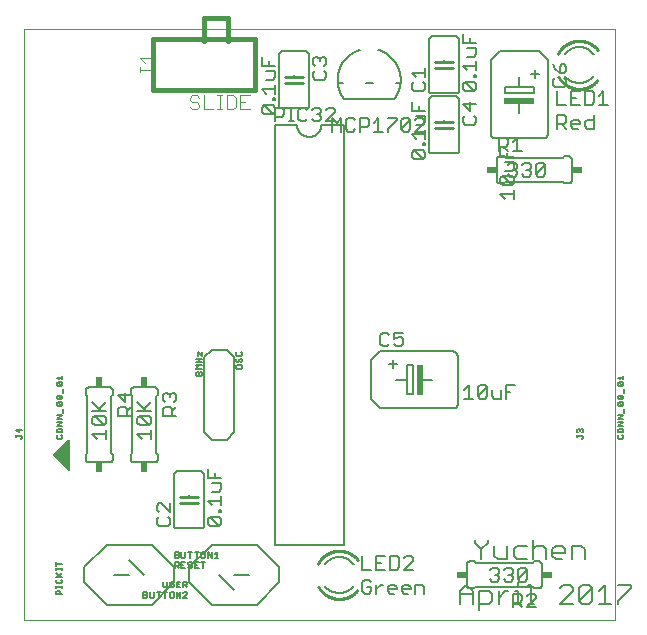
<source format=gto>
G75*
%MOIN*%
%OFA0B0*%
%FSLAX25Y25*%
%IPPOS*%
%LPD*%
%AMOC8*
5,1,8,0,0,1.08239X$1,22.5*
%
%ADD10C,0.00000*%
%ADD11C,0.00600*%
%ADD12C,0.00800*%
%ADD13C,0.00500*%
%ADD14C,0.01000*%
%ADD15R,0.02000X0.10000*%
%ADD16R,0.10000X0.02000*%
%ADD17C,0.00400*%
%ADD18R,0.03400X0.02400*%
%ADD19R,0.02400X0.03400*%
%ADD20C,0.01600*%
D10*
X0005060Y0001800D02*
X0005060Y0198650D01*
X0201910Y0198650D01*
X0201910Y0001800D01*
X0005060Y0001800D01*
D11*
X0055060Y0033300D02*
X0055060Y0050300D01*
X0055062Y0050360D01*
X0055067Y0050421D01*
X0055076Y0050480D01*
X0055089Y0050539D01*
X0055105Y0050598D01*
X0055125Y0050655D01*
X0055148Y0050710D01*
X0055175Y0050765D01*
X0055204Y0050817D01*
X0055237Y0050868D01*
X0055273Y0050917D01*
X0055311Y0050963D01*
X0055353Y0051007D01*
X0055397Y0051049D01*
X0055443Y0051087D01*
X0055492Y0051123D01*
X0055543Y0051156D01*
X0055595Y0051185D01*
X0055650Y0051212D01*
X0055705Y0051235D01*
X0055762Y0051255D01*
X0055821Y0051271D01*
X0055880Y0051284D01*
X0055939Y0051293D01*
X0056000Y0051298D01*
X0056060Y0051300D01*
X0064060Y0051300D01*
X0064120Y0051298D01*
X0064181Y0051293D01*
X0064240Y0051284D01*
X0064299Y0051271D01*
X0064358Y0051255D01*
X0064415Y0051235D01*
X0064470Y0051212D01*
X0064525Y0051185D01*
X0064577Y0051156D01*
X0064628Y0051123D01*
X0064677Y0051087D01*
X0064723Y0051049D01*
X0064767Y0051007D01*
X0064809Y0050963D01*
X0064847Y0050917D01*
X0064883Y0050868D01*
X0064916Y0050817D01*
X0064945Y0050765D01*
X0064972Y0050710D01*
X0064995Y0050655D01*
X0065015Y0050598D01*
X0065031Y0050539D01*
X0065044Y0050480D01*
X0065053Y0050421D01*
X0065058Y0050360D01*
X0065060Y0050300D01*
X0065060Y0033300D01*
X0065058Y0033240D01*
X0065053Y0033179D01*
X0065044Y0033120D01*
X0065031Y0033061D01*
X0065015Y0033002D01*
X0064995Y0032945D01*
X0064972Y0032890D01*
X0064945Y0032835D01*
X0064916Y0032783D01*
X0064883Y0032732D01*
X0064847Y0032683D01*
X0064809Y0032637D01*
X0064767Y0032593D01*
X0064723Y0032551D01*
X0064677Y0032513D01*
X0064628Y0032477D01*
X0064577Y0032444D01*
X0064525Y0032415D01*
X0064470Y0032388D01*
X0064415Y0032365D01*
X0064358Y0032345D01*
X0064299Y0032329D01*
X0064240Y0032316D01*
X0064181Y0032307D01*
X0064120Y0032302D01*
X0064060Y0032300D01*
X0056060Y0032300D01*
X0056000Y0032302D01*
X0055939Y0032307D01*
X0055880Y0032316D01*
X0055821Y0032329D01*
X0055762Y0032345D01*
X0055705Y0032365D01*
X0055650Y0032388D01*
X0055595Y0032415D01*
X0055543Y0032444D01*
X0055492Y0032477D01*
X0055443Y0032513D01*
X0055397Y0032551D01*
X0055353Y0032593D01*
X0055311Y0032637D01*
X0055273Y0032683D01*
X0055237Y0032732D01*
X0055204Y0032783D01*
X0055175Y0032835D01*
X0055148Y0032890D01*
X0055125Y0032945D01*
X0055105Y0033002D01*
X0055089Y0033061D01*
X0055076Y0033120D01*
X0055067Y0033179D01*
X0055062Y0033240D01*
X0055060Y0033300D01*
X0060060Y0040300D02*
X0060060Y0040800D01*
X0060060Y0042800D02*
X0060060Y0043300D01*
X0048560Y0054300D02*
X0041560Y0054300D01*
X0041500Y0054302D01*
X0041439Y0054307D01*
X0041380Y0054316D01*
X0041321Y0054329D01*
X0041262Y0054345D01*
X0041205Y0054365D01*
X0041150Y0054388D01*
X0041095Y0054415D01*
X0041043Y0054444D01*
X0040992Y0054477D01*
X0040943Y0054513D01*
X0040897Y0054551D01*
X0040853Y0054593D01*
X0040811Y0054637D01*
X0040773Y0054683D01*
X0040737Y0054732D01*
X0040704Y0054783D01*
X0040675Y0054835D01*
X0040648Y0054890D01*
X0040625Y0054945D01*
X0040605Y0055002D01*
X0040589Y0055061D01*
X0040576Y0055120D01*
X0040567Y0055179D01*
X0040562Y0055240D01*
X0040560Y0055300D01*
X0040560Y0056800D01*
X0041060Y0057300D01*
X0041060Y0076300D01*
X0040560Y0076800D01*
X0040560Y0078300D01*
X0040562Y0078360D01*
X0040567Y0078421D01*
X0040576Y0078480D01*
X0040589Y0078539D01*
X0040605Y0078598D01*
X0040625Y0078655D01*
X0040648Y0078710D01*
X0040675Y0078765D01*
X0040704Y0078817D01*
X0040737Y0078868D01*
X0040773Y0078917D01*
X0040811Y0078963D01*
X0040853Y0079007D01*
X0040897Y0079049D01*
X0040943Y0079087D01*
X0040992Y0079123D01*
X0041043Y0079156D01*
X0041095Y0079185D01*
X0041150Y0079212D01*
X0041205Y0079235D01*
X0041262Y0079255D01*
X0041321Y0079271D01*
X0041380Y0079284D01*
X0041439Y0079293D01*
X0041500Y0079298D01*
X0041560Y0079300D01*
X0048560Y0079300D01*
X0048620Y0079298D01*
X0048681Y0079293D01*
X0048740Y0079284D01*
X0048799Y0079271D01*
X0048858Y0079255D01*
X0048915Y0079235D01*
X0048970Y0079212D01*
X0049025Y0079185D01*
X0049077Y0079156D01*
X0049128Y0079123D01*
X0049177Y0079087D01*
X0049223Y0079049D01*
X0049267Y0079007D01*
X0049309Y0078963D01*
X0049347Y0078917D01*
X0049383Y0078868D01*
X0049416Y0078817D01*
X0049445Y0078765D01*
X0049472Y0078710D01*
X0049495Y0078655D01*
X0049515Y0078598D01*
X0049531Y0078539D01*
X0049544Y0078480D01*
X0049553Y0078421D01*
X0049558Y0078360D01*
X0049560Y0078300D01*
X0049560Y0076800D01*
X0049060Y0076300D01*
X0049060Y0057300D01*
X0049560Y0056800D01*
X0049560Y0055300D01*
X0049558Y0055240D01*
X0049553Y0055179D01*
X0049544Y0055120D01*
X0049531Y0055061D01*
X0049515Y0055002D01*
X0049495Y0054945D01*
X0049472Y0054890D01*
X0049445Y0054835D01*
X0049416Y0054783D01*
X0049383Y0054732D01*
X0049347Y0054683D01*
X0049309Y0054637D01*
X0049267Y0054593D01*
X0049223Y0054551D01*
X0049177Y0054513D01*
X0049128Y0054477D01*
X0049077Y0054444D01*
X0049025Y0054415D01*
X0048970Y0054388D01*
X0048915Y0054365D01*
X0048858Y0054345D01*
X0048799Y0054329D01*
X0048740Y0054316D01*
X0048681Y0054307D01*
X0048620Y0054302D01*
X0048560Y0054300D01*
X0034560Y0055300D02*
X0034560Y0056800D01*
X0034060Y0057300D01*
X0034060Y0076300D01*
X0034560Y0076800D01*
X0034560Y0078300D01*
X0034558Y0078360D01*
X0034553Y0078421D01*
X0034544Y0078480D01*
X0034531Y0078539D01*
X0034515Y0078598D01*
X0034495Y0078655D01*
X0034472Y0078710D01*
X0034445Y0078765D01*
X0034416Y0078817D01*
X0034383Y0078868D01*
X0034347Y0078917D01*
X0034309Y0078963D01*
X0034267Y0079007D01*
X0034223Y0079049D01*
X0034177Y0079087D01*
X0034128Y0079123D01*
X0034077Y0079156D01*
X0034025Y0079185D01*
X0033970Y0079212D01*
X0033915Y0079235D01*
X0033858Y0079255D01*
X0033799Y0079271D01*
X0033740Y0079284D01*
X0033681Y0079293D01*
X0033620Y0079298D01*
X0033560Y0079300D01*
X0026560Y0079300D01*
X0026500Y0079298D01*
X0026439Y0079293D01*
X0026380Y0079284D01*
X0026321Y0079271D01*
X0026262Y0079255D01*
X0026205Y0079235D01*
X0026150Y0079212D01*
X0026095Y0079185D01*
X0026043Y0079156D01*
X0025992Y0079123D01*
X0025943Y0079087D01*
X0025897Y0079049D01*
X0025853Y0079007D01*
X0025811Y0078963D01*
X0025773Y0078917D01*
X0025737Y0078868D01*
X0025704Y0078817D01*
X0025675Y0078765D01*
X0025648Y0078710D01*
X0025625Y0078655D01*
X0025605Y0078598D01*
X0025589Y0078539D01*
X0025576Y0078480D01*
X0025567Y0078421D01*
X0025562Y0078360D01*
X0025560Y0078300D01*
X0025560Y0076800D01*
X0026060Y0076300D01*
X0026060Y0057300D01*
X0025560Y0056800D01*
X0025560Y0055300D01*
X0025562Y0055240D01*
X0025567Y0055179D01*
X0025576Y0055120D01*
X0025589Y0055061D01*
X0025605Y0055002D01*
X0025625Y0054945D01*
X0025648Y0054890D01*
X0025675Y0054835D01*
X0025704Y0054783D01*
X0025737Y0054732D01*
X0025773Y0054683D01*
X0025811Y0054637D01*
X0025853Y0054593D01*
X0025897Y0054551D01*
X0025943Y0054513D01*
X0025992Y0054477D01*
X0026043Y0054444D01*
X0026095Y0054415D01*
X0026150Y0054388D01*
X0026205Y0054365D01*
X0026262Y0054345D01*
X0026321Y0054329D01*
X0026380Y0054316D01*
X0026439Y0054307D01*
X0026500Y0054302D01*
X0026560Y0054300D01*
X0033560Y0054300D01*
X0033620Y0054302D01*
X0033681Y0054307D01*
X0033740Y0054316D01*
X0033799Y0054329D01*
X0033858Y0054345D01*
X0033915Y0054365D01*
X0033970Y0054388D01*
X0034025Y0054415D01*
X0034077Y0054444D01*
X0034128Y0054477D01*
X0034177Y0054513D01*
X0034223Y0054551D01*
X0034267Y0054593D01*
X0034309Y0054637D01*
X0034347Y0054683D01*
X0034383Y0054732D01*
X0034416Y0054783D01*
X0034445Y0054835D01*
X0034472Y0054890D01*
X0034495Y0054945D01*
X0034515Y0055002D01*
X0034531Y0055061D01*
X0034544Y0055120D01*
X0034553Y0055179D01*
X0034558Y0055240D01*
X0034560Y0055300D01*
X0088560Y0026800D02*
X0111560Y0026800D01*
X0111560Y0166800D01*
X0104060Y0166800D01*
X0104058Y0166674D01*
X0104052Y0166549D01*
X0104042Y0166424D01*
X0104028Y0166299D01*
X0104011Y0166174D01*
X0103989Y0166050D01*
X0103964Y0165927D01*
X0103934Y0165805D01*
X0103901Y0165684D01*
X0103864Y0165564D01*
X0103824Y0165445D01*
X0103779Y0165328D01*
X0103731Y0165211D01*
X0103679Y0165097D01*
X0103624Y0164984D01*
X0103565Y0164873D01*
X0103503Y0164764D01*
X0103437Y0164657D01*
X0103368Y0164552D01*
X0103296Y0164449D01*
X0103221Y0164348D01*
X0103142Y0164250D01*
X0103060Y0164155D01*
X0102976Y0164062D01*
X0102888Y0163972D01*
X0102798Y0163884D01*
X0102705Y0163800D01*
X0102610Y0163718D01*
X0102512Y0163639D01*
X0102411Y0163564D01*
X0102308Y0163492D01*
X0102203Y0163423D01*
X0102096Y0163357D01*
X0101987Y0163295D01*
X0101876Y0163236D01*
X0101763Y0163181D01*
X0101649Y0163129D01*
X0101532Y0163081D01*
X0101415Y0163036D01*
X0101296Y0162996D01*
X0101176Y0162959D01*
X0101055Y0162926D01*
X0100933Y0162896D01*
X0100810Y0162871D01*
X0100686Y0162849D01*
X0100561Y0162832D01*
X0100436Y0162818D01*
X0100311Y0162808D01*
X0100186Y0162802D01*
X0100060Y0162800D01*
X0099934Y0162802D01*
X0099809Y0162808D01*
X0099684Y0162818D01*
X0099559Y0162832D01*
X0099434Y0162849D01*
X0099310Y0162871D01*
X0099187Y0162896D01*
X0099065Y0162926D01*
X0098944Y0162959D01*
X0098824Y0162996D01*
X0098705Y0163036D01*
X0098588Y0163081D01*
X0098471Y0163129D01*
X0098357Y0163181D01*
X0098244Y0163236D01*
X0098133Y0163295D01*
X0098024Y0163357D01*
X0097917Y0163423D01*
X0097812Y0163492D01*
X0097709Y0163564D01*
X0097608Y0163639D01*
X0097510Y0163718D01*
X0097415Y0163800D01*
X0097322Y0163884D01*
X0097232Y0163972D01*
X0097144Y0164062D01*
X0097060Y0164155D01*
X0096978Y0164250D01*
X0096899Y0164348D01*
X0096824Y0164449D01*
X0096752Y0164552D01*
X0096683Y0164657D01*
X0096617Y0164764D01*
X0096555Y0164873D01*
X0096496Y0164984D01*
X0096441Y0165097D01*
X0096389Y0165211D01*
X0096341Y0165328D01*
X0096296Y0165445D01*
X0096256Y0165564D01*
X0096219Y0165684D01*
X0096186Y0165805D01*
X0096156Y0165927D01*
X0096131Y0166050D01*
X0096109Y0166174D01*
X0096092Y0166299D01*
X0096078Y0166424D01*
X0096068Y0166549D01*
X0096062Y0166674D01*
X0096060Y0166800D01*
X0088560Y0166800D01*
X0088560Y0026800D01*
X0110060Y0022800D02*
X0110214Y0022798D01*
X0110368Y0022792D01*
X0110522Y0022782D01*
X0110676Y0022768D01*
X0110829Y0022751D01*
X0110981Y0022729D01*
X0111133Y0022703D01*
X0111285Y0022674D01*
X0111435Y0022640D01*
X0111585Y0022603D01*
X0111733Y0022562D01*
X0111881Y0022517D01*
X0112027Y0022468D01*
X0112172Y0022416D01*
X0112315Y0022360D01*
X0112458Y0022300D01*
X0112598Y0022237D01*
X0112737Y0022170D01*
X0112874Y0022099D01*
X0113009Y0022025D01*
X0113142Y0021948D01*
X0113274Y0021867D01*
X0113403Y0021783D01*
X0113530Y0021695D01*
X0113654Y0021604D01*
X0113776Y0021511D01*
X0113896Y0021413D01*
X0114013Y0021313D01*
X0114128Y0021210D01*
X0114240Y0021104D01*
X0114349Y0020996D01*
X0114455Y0020884D01*
X0114559Y0020770D01*
X0114659Y0020653D01*
X0114757Y0020534D01*
X0114851Y0020412D01*
X0114942Y0020287D01*
X0110060Y0010800D02*
X0109908Y0010802D01*
X0109757Y0010808D01*
X0109606Y0010817D01*
X0109454Y0010831D01*
X0109304Y0010848D01*
X0109154Y0010869D01*
X0109004Y0010894D01*
X0108855Y0010922D01*
X0108707Y0010955D01*
X0108560Y0010991D01*
X0108413Y0011030D01*
X0108268Y0011074D01*
X0108124Y0011121D01*
X0107981Y0011172D01*
X0107840Y0011226D01*
X0107699Y0011284D01*
X0107561Y0011345D01*
X0107424Y0011410D01*
X0107288Y0011479D01*
X0107155Y0011550D01*
X0107023Y0011625D01*
X0106893Y0011704D01*
X0106766Y0011785D01*
X0106640Y0011870D01*
X0106516Y0011958D01*
X0106395Y0012049D01*
X0106276Y0012143D01*
X0106160Y0012241D01*
X0106046Y0012341D01*
X0105934Y0012443D01*
X0105826Y0012549D01*
X0105720Y0012657D01*
X0105616Y0012768D01*
X0105516Y0012882D01*
X0105418Y0012998D01*
X0105324Y0013117D01*
X0110060Y0010800D02*
X0110212Y0010802D01*
X0110363Y0010808D01*
X0110514Y0010817D01*
X0110666Y0010831D01*
X0110816Y0010848D01*
X0110966Y0010869D01*
X0111116Y0010894D01*
X0111265Y0010922D01*
X0111413Y0010955D01*
X0111560Y0010991D01*
X0111707Y0011030D01*
X0111852Y0011074D01*
X0111996Y0011121D01*
X0112139Y0011172D01*
X0112280Y0011226D01*
X0112421Y0011284D01*
X0112559Y0011345D01*
X0112696Y0011410D01*
X0112832Y0011479D01*
X0112965Y0011550D01*
X0113097Y0011625D01*
X0113227Y0011704D01*
X0113354Y0011785D01*
X0113480Y0011870D01*
X0113604Y0011958D01*
X0113725Y0012049D01*
X0113844Y0012143D01*
X0113960Y0012241D01*
X0114074Y0012341D01*
X0114186Y0012443D01*
X0114294Y0012549D01*
X0114400Y0012657D01*
X0114504Y0012768D01*
X0114604Y0012882D01*
X0114702Y0012998D01*
X0114796Y0013117D01*
X0110060Y0022800D02*
X0109910Y0022798D01*
X0109759Y0022792D01*
X0109609Y0022783D01*
X0109460Y0022770D01*
X0109310Y0022753D01*
X0109161Y0022732D01*
X0109013Y0022708D01*
X0108865Y0022680D01*
X0108718Y0022648D01*
X0108572Y0022613D01*
X0108427Y0022573D01*
X0108283Y0022531D01*
X0108140Y0022484D01*
X0107998Y0022434D01*
X0107857Y0022381D01*
X0107718Y0022324D01*
X0107580Y0022264D01*
X0107444Y0022200D01*
X0107310Y0022133D01*
X0107177Y0022062D01*
X0107046Y0021988D01*
X0106917Y0021911D01*
X0106790Y0021830D01*
X0106665Y0021747D01*
X0106542Y0021660D01*
X0106421Y0021571D01*
X0106303Y0021478D01*
X0106187Y0021382D01*
X0106073Y0021284D01*
X0105962Y0021183D01*
X0105853Y0021078D01*
X0105748Y0020972D01*
X0105644Y0020862D01*
X0105544Y0020750D01*
X0105446Y0020636D01*
X0105352Y0020519D01*
X0105260Y0020400D01*
X0150360Y0011370D02*
X0150360Y0007100D01*
X0150360Y0010303D02*
X0154630Y0010303D01*
X0154630Y0011370D02*
X0154630Y0007100D01*
X0156805Y0007100D02*
X0160008Y0007100D01*
X0161076Y0008168D01*
X0161076Y0010303D01*
X0160008Y0011370D01*
X0156805Y0011370D01*
X0156805Y0004965D01*
X0154630Y0011370D02*
X0152495Y0013505D01*
X0150360Y0011370D01*
X0152560Y0013300D02*
X0152560Y0020300D01*
X0152562Y0020360D01*
X0152567Y0020421D01*
X0152576Y0020480D01*
X0152589Y0020539D01*
X0152605Y0020598D01*
X0152625Y0020655D01*
X0152648Y0020710D01*
X0152675Y0020765D01*
X0152704Y0020817D01*
X0152737Y0020868D01*
X0152773Y0020917D01*
X0152811Y0020963D01*
X0152853Y0021007D01*
X0152897Y0021049D01*
X0152943Y0021087D01*
X0152992Y0021123D01*
X0153043Y0021156D01*
X0153095Y0021185D01*
X0153150Y0021212D01*
X0153205Y0021235D01*
X0153262Y0021255D01*
X0153321Y0021271D01*
X0153380Y0021284D01*
X0153439Y0021293D01*
X0153500Y0021298D01*
X0153560Y0021300D01*
X0155060Y0021300D01*
X0155560Y0020800D01*
X0174560Y0020800D01*
X0175060Y0021300D01*
X0176560Y0021300D01*
X0176620Y0021298D01*
X0176681Y0021293D01*
X0176740Y0021284D01*
X0176799Y0021271D01*
X0176858Y0021255D01*
X0176915Y0021235D01*
X0176970Y0021212D01*
X0177025Y0021185D01*
X0177077Y0021156D01*
X0177128Y0021123D01*
X0177177Y0021087D01*
X0177223Y0021049D01*
X0177267Y0021007D01*
X0177309Y0020963D01*
X0177347Y0020917D01*
X0177383Y0020868D01*
X0177416Y0020817D01*
X0177445Y0020765D01*
X0177472Y0020710D01*
X0177495Y0020655D01*
X0177515Y0020598D01*
X0177531Y0020539D01*
X0177544Y0020480D01*
X0177553Y0020421D01*
X0177558Y0020360D01*
X0177560Y0020300D01*
X0177560Y0013300D01*
X0177558Y0013240D01*
X0177553Y0013179D01*
X0177544Y0013120D01*
X0177531Y0013061D01*
X0177515Y0013002D01*
X0177495Y0012945D01*
X0177472Y0012890D01*
X0177445Y0012835D01*
X0177416Y0012783D01*
X0177383Y0012732D01*
X0177347Y0012683D01*
X0177309Y0012637D01*
X0177267Y0012593D01*
X0177223Y0012551D01*
X0177177Y0012513D01*
X0177128Y0012477D01*
X0177077Y0012444D01*
X0177025Y0012415D01*
X0176970Y0012388D01*
X0176915Y0012365D01*
X0176858Y0012345D01*
X0176799Y0012329D01*
X0176740Y0012316D01*
X0176681Y0012307D01*
X0176620Y0012302D01*
X0176560Y0012300D01*
X0175060Y0012300D01*
X0174560Y0012800D01*
X0155560Y0012800D01*
X0155060Y0012300D01*
X0153560Y0012300D01*
X0153500Y0012302D01*
X0153439Y0012307D01*
X0153380Y0012316D01*
X0153321Y0012329D01*
X0153262Y0012345D01*
X0153205Y0012365D01*
X0153150Y0012388D01*
X0153095Y0012415D01*
X0153043Y0012444D01*
X0152992Y0012477D01*
X0152943Y0012513D01*
X0152897Y0012551D01*
X0152853Y0012593D01*
X0152811Y0012637D01*
X0152773Y0012683D01*
X0152737Y0012732D01*
X0152704Y0012783D01*
X0152675Y0012835D01*
X0152648Y0012890D01*
X0152625Y0012945D01*
X0152605Y0013002D01*
X0152589Y0013061D01*
X0152576Y0013120D01*
X0152567Y0013179D01*
X0152562Y0013240D01*
X0152560Y0013300D01*
X0157495Y0022100D02*
X0157495Y0025303D01*
X0159630Y0027438D01*
X0159630Y0028505D01*
X0161805Y0026370D02*
X0161805Y0023168D01*
X0162873Y0022100D01*
X0166076Y0022100D01*
X0166076Y0026370D01*
X0168251Y0025303D02*
X0168251Y0023168D01*
X0169319Y0022100D01*
X0172521Y0022100D01*
X0174696Y0022100D02*
X0174696Y0028505D01*
X0175764Y0026370D02*
X0177899Y0026370D01*
X0178967Y0025303D01*
X0178967Y0022100D01*
X0181142Y0023168D02*
X0181142Y0025303D01*
X0182210Y0026370D01*
X0184345Y0026370D01*
X0185412Y0025303D01*
X0185412Y0024235D01*
X0181142Y0024235D01*
X0181142Y0023168D02*
X0182210Y0022100D01*
X0184345Y0022100D01*
X0187587Y0022100D02*
X0187587Y0026370D01*
X0190790Y0026370D01*
X0191858Y0025303D01*
X0191858Y0022100D01*
X0191175Y0013505D02*
X0193310Y0013505D01*
X0194378Y0012438D01*
X0190107Y0008168D01*
X0191175Y0007100D01*
X0193310Y0007100D01*
X0194378Y0008168D01*
X0194378Y0012438D01*
X0196553Y0011370D02*
X0198688Y0013505D01*
X0198688Y0007100D01*
X0196553Y0007100D02*
X0200823Y0007100D01*
X0202998Y0007100D02*
X0202998Y0008168D01*
X0207269Y0012438D01*
X0207269Y0013505D01*
X0202998Y0013505D01*
X0191175Y0013505D02*
X0190107Y0012438D01*
X0190107Y0008168D01*
X0187932Y0007100D02*
X0183662Y0007100D01*
X0187932Y0011370D01*
X0187932Y0012438D01*
X0186864Y0013505D01*
X0184729Y0013505D01*
X0183662Y0012438D01*
X0175054Y0007100D02*
X0172919Y0007100D01*
X0173987Y0007100D02*
X0173987Y0013505D01*
X0172919Y0013505D01*
X0169690Y0013505D02*
X0169690Y0014573D01*
X0169690Y0011370D02*
X0169690Y0007100D01*
X0170757Y0007100D02*
X0168622Y0007100D01*
X0168622Y0011370D02*
X0169690Y0011370D01*
X0166454Y0011370D02*
X0165386Y0011370D01*
X0163251Y0009235D01*
X0163251Y0007100D02*
X0163251Y0011370D01*
X0168251Y0025303D02*
X0169319Y0026370D01*
X0172521Y0026370D01*
X0174696Y0025303D02*
X0175764Y0026370D01*
X0157495Y0025303D02*
X0155360Y0027438D01*
X0155360Y0028505D01*
X0148060Y0072300D02*
X0123560Y0072300D01*
X0120560Y0075300D01*
X0120560Y0088300D01*
X0123560Y0091300D01*
X0148060Y0091300D01*
X0148136Y0091298D01*
X0148212Y0091292D01*
X0148287Y0091283D01*
X0148362Y0091269D01*
X0148436Y0091252D01*
X0148509Y0091231D01*
X0148581Y0091207D01*
X0148652Y0091178D01*
X0148721Y0091147D01*
X0148788Y0091112D01*
X0148853Y0091073D01*
X0148917Y0091031D01*
X0148978Y0090986D01*
X0149037Y0090938D01*
X0149093Y0090887D01*
X0149147Y0090833D01*
X0149198Y0090777D01*
X0149246Y0090718D01*
X0149291Y0090657D01*
X0149333Y0090593D01*
X0149372Y0090528D01*
X0149407Y0090461D01*
X0149438Y0090392D01*
X0149467Y0090321D01*
X0149491Y0090249D01*
X0149512Y0090176D01*
X0149529Y0090102D01*
X0149543Y0090027D01*
X0149552Y0089952D01*
X0149558Y0089876D01*
X0149560Y0089800D01*
X0149560Y0073800D01*
X0149558Y0073724D01*
X0149552Y0073648D01*
X0149543Y0073573D01*
X0149529Y0073498D01*
X0149512Y0073424D01*
X0149491Y0073351D01*
X0149467Y0073279D01*
X0149438Y0073208D01*
X0149407Y0073139D01*
X0149372Y0073072D01*
X0149333Y0073007D01*
X0149291Y0072943D01*
X0149246Y0072882D01*
X0149198Y0072823D01*
X0149147Y0072767D01*
X0149093Y0072713D01*
X0149037Y0072662D01*
X0148978Y0072614D01*
X0148917Y0072569D01*
X0148853Y0072527D01*
X0148788Y0072488D01*
X0148721Y0072453D01*
X0148652Y0072422D01*
X0148581Y0072393D01*
X0148509Y0072369D01*
X0148436Y0072348D01*
X0148362Y0072331D01*
X0148287Y0072317D01*
X0148212Y0072308D01*
X0148136Y0072302D01*
X0148060Y0072300D01*
X0141060Y0081800D02*
X0137560Y0081800D01*
X0132560Y0081800D02*
X0132560Y0086600D01*
X0134560Y0086600D01*
X0134560Y0077000D01*
X0132560Y0077000D01*
X0132560Y0081800D01*
X0129060Y0081800D01*
X0128060Y0085900D02*
X0128060Y0088400D01*
X0129360Y0087200D02*
X0126760Y0087200D01*
X0163560Y0147300D02*
X0165060Y0147300D01*
X0165560Y0147800D01*
X0184560Y0147800D01*
X0185060Y0147300D01*
X0186560Y0147300D01*
X0186620Y0147302D01*
X0186681Y0147307D01*
X0186740Y0147316D01*
X0186799Y0147329D01*
X0186858Y0147345D01*
X0186915Y0147365D01*
X0186970Y0147388D01*
X0187025Y0147415D01*
X0187077Y0147444D01*
X0187128Y0147477D01*
X0187177Y0147513D01*
X0187223Y0147551D01*
X0187267Y0147593D01*
X0187309Y0147637D01*
X0187347Y0147683D01*
X0187383Y0147732D01*
X0187416Y0147783D01*
X0187445Y0147835D01*
X0187472Y0147890D01*
X0187495Y0147945D01*
X0187515Y0148002D01*
X0187531Y0148061D01*
X0187544Y0148120D01*
X0187553Y0148179D01*
X0187558Y0148240D01*
X0187560Y0148300D01*
X0187560Y0155300D01*
X0187558Y0155360D01*
X0187553Y0155421D01*
X0187544Y0155480D01*
X0187531Y0155539D01*
X0187515Y0155598D01*
X0187495Y0155655D01*
X0187472Y0155710D01*
X0187445Y0155765D01*
X0187416Y0155817D01*
X0187383Y0155868D01*
X0187347Y0155917D01*
X0187309Y0155963D01*
X0187267Y0156007D01*
X0187223Y0156049D01*
X0187177Y0156087D01*
X0187128Y0156123D01*
X0187077Y0156156D01*
X0187025Y0156185D01*
X0186970Y0156212D01*
X0186915Y0156235D01*
X0186858Y0156255D01*
X0186799Y0156271D01*
X0186740Y0156284D01*
X0186681Y0156293D01*
X0186620Y0156298D01*
X0186560Y0156300D01*
X0185060Y0156300D01*
X0184560Y0155800D01*
X0165560Y0155800D01*
X0165060Y0156300D01*
X0163560Y0156300D01*
X0163500Y0156298D01*
X0163439Y0156293D01*
X0163380Y0156284D01*
X0163321Y0156271D01*
X0163262Y0156255D01*
X0163205Y0156235D01*
X0163150Y0156212D01*
X0163095Y0156185D01*
X0163043Y0156156D01*
X0162992Y0156123D01*
X0162943Y0156087D01*
X0162897Y0156049D01*
X0162853Y0156007D01*
X0162811Y0155963D01*
X0162773Y0155917D01*
X0162737Y0155868D01*
X0162704Y0155817D01*
X0162675Y0155765D01*
X0162648Y0155710D01*
X0162625Y0155655D01*
X0162605Y0155598D01*
X0162589Y0155539D01*
X0162576Y0155480D01*
X0162567Y0155421D01*
X0162562Y0155360D01*
X0162560Y0155300D01*
X0162560Y0148300D01*
X0162562Y0148240D01*
X0162567Y0148179D01*
X0162576Y0148120D01*
X0162589Y0148061D01*
X0162605Y0148002D01*
X0162625Y0147945D01*
X0162648Y0147890D01*
X0162675Y0147835D01*
X0162704Y0147783D01*
X0162737Y0147732D01*
X0162773Y0147683D01*
X0162811Y0147637D01*
X0162853Y0147593D01*
X0162897Y0147551D01*
X0162943Y0147513D01*
X0162992Y0147477D01*
X0163043Y0147444D01*
X0163095Y0147415D01*
X0163150Y0147388D01*
X0163205Y0147365D01*
X0163262Y0147345D01*
X0163321Y0147329D01*
X0163380Y0147316D01*
X0163439Y0147307D01*
X0163500Y0147302D01*
X0163560Y0147300D01*
X0150060Y0158300D02*
X0150060Y0175300D01*
X0150058Y0175360D01*
X0150053Y0175421D01*
X0150044Y0175480D01*
X0150031Y0175539D01*
X0150015Y0175598D01*
X0149995Y0175655D01*
X0149972Y0175710D01*
X0149945Y0175765D01*
X0149916Y0175817D01*
X0149883Y0175868D01*
X0149847Y0175917D01*
X0149809Y0175963D01*
X0149767Y0176007D01*
X0149723Y0176049D01*
X0149677Y0176087D01*
X0149628Y0176123D01*
X0149577Y0176156D01*
X0149525Y0176185D01*
X0149470Y0176212D01*
X0149415Y0176235D01*
X0149358Y0176255D01*
X0149299Y0176271D01*
X0149240Y0176284D01*
X0149181Y0176293D01*
X0149120Y0176298D01*
X0149060Y0176300D01*
X0141060Y0176300D01*
X0141060Y0177300D02*
X0149060Y0177300D01*
X0149120Y0177302D01*
X0149181Y0177307D01*
X0149240Y0177316D01*
X0149299Y0177329D01*
X0149358Y0177345D01*
X0149415Y0177365D01*
X0149470Y0177388D01*
X0149525Y0177415D01*
X0149577Y0177444D01*
X0149628Y0177477D01*
X0149677Y0177513D01*
X0149723Y0177551D01*
X0149767Y0177593D01*
X0149809Y0177637D01*
X0149847Y0177683D01*
X0149883Y0177732D01*
X0149916Y0177783D01*
X0149945Y0177835D01*
X0149972Y0177890D01*
X0149995Y0177945D01*
X0150015Y0178002D01*
X0150031Y0178061D01*
X0150044Y0178120D01*
X0150053Y0178179D01*
X0150058Y0178240D01*
X0150060Y0178300D01*
X0150060Y0195300D01*
X0150058Y0195360D01*
X0150053Y0195421D01*
X0150044Y0195480D01*
X0150031Y0195539D01*
X0150015Y0195598D01*
X0149995Y0195655D01*
X0149972Y0195710D01*
X0149945Y0195765D01*
X0149916Y0195817D01*
X0149883Y0195868D01*
X0149847Y0195917D01*
X0149809Y0195963D01*
X0149767Y0196007D01*
X0149723Y0196049D01*
X0149677Y0196087D01*
X0149628Y0196123D01*
X0149577Y0196156D01*
X0149525Y0196185D01*
X0149470Y0196212D01*
X0149415Y0196235D01*
X0149358Y0196255D01*
X0149299Y0196271D01*
X0149240Y0196284D01*
X0149181Y0196293D01*
X0149120Y0196298D01*
X0149060Y0196300D01*
X0141060Y0196300D01*
X0141000Y0196298D01*
X0140939Y0196293D01*
X0140880Y0196284D01*
X0140821Y0196271D01*
X0140762Y0196255D01*
X0140705Y0196235D01*
X0140650Y0196212D01*
X0140595Y0196185D01*
X0140543Y0196156D01*
X0140492Y0196123D01*
X0140443Y0196087D01*
X0140397Y0196049D01*
X0140353Y0196007D01*
X0140311Y0195963D01*
X0140273Y0195917D01*
X0140237Y0195868D01*
X0140204Y0195817D01*
X0140175Y0195765D01*
X0140148Y0195710D01*
X0140125Y0195655D01*
X0140105Y0195598D01*
X0140089Y0195539D01*
X0140076Y0195480D01*
X0140067Y0195421D01*
X0140062Y0195360D01*
X0140060Y0195300D01*
X0140060Y0178300D01*
X0140062Y0178240D01*
X0140067Y0178179D01*
X0140076Y0178120D01*
X0140089Y0178061D01*
X0140105Y0178002D01*
X0140125Y0177945D01*
X0140148Y0177890D01*
X0140175Y0177835D01*
X0140204Y0177783D01*
X0140237Y0177732D01*
X0140273Y0177683D01*
X0140311Y0177637D01*
X0140353Y0177593D01*
X0140397Y0177551D01*
X0140443Y0177513D01*
X0140492Y0177477D01*
X0140543Y0177444D01*
X0140595Y0177415D01*
X0140650Y0177388D01*
X0140705Y0177365D01*
X0140762Y0177345D01*
X0140821Y0177329D01*
X0140880Y0177316D01*
X0140939Y0177307D01*
X0141000Y0177302D01*
X0141060Y0177300D01*
X0141060Y0176300D02*
X0141000Y0176298D01*
X0140939Y0176293D01*
X0140880Y0176284D01*
X0140821Y0176271D01*
X0140762Y0176255D01*
X0140705Y0176235D01*
X0140650Y0176212D01*
X0140595Y0176185D01*
X0140543Y0176156D01*
X0140492Y0176123D01*
X0140443Y0176087D01*
X0140397Y0176049D01*
X0140353Y0176007D01*
X0140311Y0175963D01*
X0140273Y0175917D01*
X0140237Y0175868D01*
X0140204Y0175817D01*
X0140175Y0175765D01*
X0140148Y0175710D01*
X0140125Y0175655D01*
X0140105Y0175598D01*
X0140089Y0175539D01*
X0140076Y0175480D01*
X0140067Y0175421D01*
X0140062Y0175360D01*
X0140060Y0175300D01*
X0140060Y0158300D01*
X0140062Y0158240D01*
X0140067Y0158179D01*
X0140076Y0158120D01*
X0140089Y0158061D01*
X0140105Y0158002D01*
X0140125Y0157945D01*
X0140148Y0157890D01*
X0140175Y0157835D01*
X0140204Y0157783D01*
X0140237Y0157732D01*
X0140273Y0157683D01*
X0140311Y0157637D01*
X0140353Y0157593D01*
X0140397Y0157551D01*
X0140443Y0157513D01*
X0140492Y0157477D01*
X0140543Y0157444D01*
X0140595Y0157415D01*
X0140650Y0157388D01*
X0140705Y0157365D01*
X0140762Y0157345D01*
X0140821Y0157329D01*
X0140880Y0157316D01*
X0140939Y0157307D01*
X0141000Y0157302D01*
X0141060Y0157300D01*
X0149060Y0157300D01*
X0149120Y0157302D01*
X0149181Y0157307D01*
X0149240Y0157316D01*
X0149299Y0157329D01*
X0149358Y0157345D01*
X0149415Y0157365D01*
X0149470Y0157388D01*
X0149525Y0157415D01*
X0149577Y0157444D01*
X0149628Y0157477D01*
X0149677Y0157513D01*
X0149723Y0157551D01*
X0149767Y0157593D01*
X0149809Y0157637D01*
X0149847Y0157683D01*
X0149883Y0157732D01*
X0149916Y0157783D01*
X0149945Y0157835D01*
X0149972Y0157890D01*
X0149995Y0157945D01*
X0150015Y0158002D01*
X0150031Y0158061D01*
X0150044Y0158120D01*
X0150053Y0158179D01*
X0150058Y0158240D01*
X0150060Y0158300D01*
X0145060Y0165300D02*
X0145060Y0165800D01*
X0145060Y0167800D02*
X0145060Y0168300D01*
X0160560Y0163800D02*
X0160560Y0188300D01*
X0163560Y0191300D01*
X0176560Y0191300D01*
X0179560Y0188300D01*
X0179560Y0163800D01*
X0179558Y0163724D01*
X0179552Y0163648D01*
X0179543Y0163573D01*
X0179529Y0163498D01*
X0179512Y0163424D01*
X0179491Y0163351D01*
X0179467Y0163279D01*
X0179438Y0163208D01*
X0179407Y0163139D01*
X0179372Y0163072D01*
X0179333Y0163007D01*
X0179291Y0162943D01*
X0179246Y0162882D01*
X0179198Y0162823D01*
X0179147Y0162767D01*
X0179093Y0162713D01*
X0179037Y0162662D01*
X0178978Y0162614D01*
X0178917Y0162569D01*
X0178853Y0162527D01*
X0178788Y0162488D01*
X0178721Y0162453D01*
X0178652Y0162422D01*
X0178581Y0162393D01*
X0178509Y0162369D01*
X0178436Y0162348D01*
X0178362Y0162331D01*
X0178287Y0162317D01*
X0178212Y0162308D01*
X0178136Y0162302D01*
X0178060Y0162300D01*
X0162060Y0162300D01*
X0161984Y0162302D01*
X0161908Y0162308D01*
X0161833Y0162317D01*
X0161758Y0162331D01*
X0161684Y0162348D01*
X0161611Y0162369D01*
X0161539Y0162393D01*
X0161468Y0162422D01*
X0161399Y0162453D01*
X0161332Y0162488D01*
X0161267Y0162527D01*
X0161203Y0162569D01*
X0161142Y0162614D01*
X0161083Y0162662D01*
X0161027Y0162713D01*
X0160973Y0162767D01*
X0160922Y0162823D01*
X0160874Y0162882D01*
X0160829Y0162943D01*
X0160787Y0163007D01*
X0160748Y0163072D01*
X0160713Y0163139D01*
X0160682Y0163208D01*
X0160653Y0163279D01*
X0160629Y0163351D01*
X0160608Y0163424D01*
X0160591Y0163498D01*
X0160577Y0163573D01*
X0160568Y0163648D01*
X0160562Y0163724D01*
X0160560Y0163800D01*
X0170060Y0170800D02*
X0170060Y0174300D01*
X0170060Y0179300D02*
X0174860Y0179300D01*
X0174860Y0177300D01*
X0165260Y0177300D01*
X0165260Y0179300D01*
X0170060Y0179300D01*
X0170060Y0182800D01*
X0174160Y0183800D02*
X0176660Y0183800D01*
X0175460Y0182500D02*
X0175460Y0185100D01*
X0190060Y0192800D02*
X0190214Y0192798D01*
X0190368Y0192792D01*
X0190522Y0192782D01*
X0190676Y0192768D01*
X0190829Y0192751D01*
X0190981Y0192729D01*
X0191133Y0192703D01*
X0191285Y0192674D01*
X0191435Y0192640D01*
X0191585Y0192603D01*
X0191733Y0192562D01*
X0191881Y0192517D01*
X0192027Y0192468D01*
X0192172Y0192416D01*
X0192315Y0192360D01*
X0192458Y0192300D01*
X0192598Y0192237D01*
X0192737Y0192170D01*
X0192874Y0192099D01*
X0193009Y0192025D01*
X0193142Y0191948D01*
X0193274Y0191867D01*
X0193403Y0191783D01*
X0193530Y0191695D01*
X0193654Y0191604D01*
X0193776Y0191511D01*
X0193896Y0191413D01*
X0194013Y0191313D01*
X0194128Y0191210D01*
X0194240Y0191104D01*
X0194349Y0190996D01*
X0194455Y0190884D01*
X0194559Y0190770D01*
X0194659Y0190653D01*
X0194757Y0190534D01*
X0194851Y0190412D01*
X0194942Y0190287D01*
X0190060Y0180800D02*
X0189908Y0180802D01*
X0189757Y0180808D01*
X0189606Y0180817D01*
X0189454Y0180831D01*
X0189304Y0180848D01*
X0189154Y0180869D01*
X0189004Y0180894D01*
X0188855Y0180922D01*
X0188707Y0180955D01*
X0188560Y0180991D01*
X0188413Y0181030D01*
X0188268Y0181074D01*
X0188124Y0181121D01*
X0187981Y0181172D01*
X0187840Y0181226D01*
X0187699Y0181284D01*
X0187561Y0181345D01*
X0187424Y0181410D01*
X0187288Y0181479D01*
X0187155Y0181550D01*
X0187023Y0181625D01*
X0186893Y0181704D01*
X0186766Y0181785D01*
X0186640Y0181870D01*
X0186516Y0181958D01*
X0186395Y0182049D01*
X0186276Y0182143D01*
X0186160Y0182241D01*
X0186046Y0182341D01*
X0185934Y0182443D01*
X0185826Y0182549D01*
X0185720Y0182657D01*
X0185616Y0182768D01*
X0185516Y0182882D01*
X0185418Y0182998D01*
X0185324Y0183117D01*
X0190060Y0180800D02*
X0190212Y0180802D01*
X0190363Y0180808D01*
X0190514Y0180817D01*
X0190666Y0180831D01*
X0190816Y0180848D01*
X0190966Y0180869D01*
X0191116Y0180894D01*
X0191265Y0180922D01*
X0191413Y0180955D01*
X0191560Y0180991D01*
X0191707Y0181030D01*
X0191852Y0181074D01*
X0191996Y0181121D01*
X0192139Y0181172D01*
X0192280Y0181226D01*
X0192421Y0181284D01*
X0192559Y0181345D01*
X0192696Y0181410D01*
X0192832Y0181479D01*
X0192965Y0181550D01*
X0193097Y0181625D01*
X0193227Y0181704D01*
X0193354Y0181785D01*
X0193480Y0181870D01*
X0193604Y0181958D01*
X0193725Y0182049D01*
X0193844Y0182143D01*
X0193960Y0182241D01*
X0194074Y0182341D01*
X0194186Y0182443D01*
X0194294Y0182549D01*
X0194400Y0182657D01*
X0194504Y0182768D01*
X0194604Y0182882D01*
X0194702Y0182998D01*
X0194796Y0183117D01*
X0190060Y0192800D02*
X0189910Y0192798D01*
X0189759Y0192792D01*
X0189609Y0192783D01*
X0189460Y0192770D01*
X0189310Y0192753D01*
X0189161Y0192732D01*
X0189013Y0192708D01*
X0188865Y0192680D01*
X0188718Y0192648D01*
X0188572Y0192613D01*
X0188427Y0192573D01*
X0188283Y0192531D01*
X0188140Y0192484D01*
X0187998Y0192434D01*
X0187857Y0192381D01*
X0187718Y0192324D01*
X0187580Y0192264D01*
X0187444Y0192200D01*
X0187310Y0192133D01*
X0187177Y0192062D01*
X0187046Y0191988D01*
X0186917Y0191911D01*
X0186790Y0191830D01*
X0186665Y0191747D01*
X0186542Y0191660D01*
X0186421Y0191571D01*
X0186303Y0191478D01*
X0186187Y0191382D01*
X0186073Y0191284D01*
X0185962Y0191183D01*
X0185853Y0191078D01*
X0185748Y0190972D01*
X0185644Y0190862D01*
X0185544Y0190750D01*
X0185446Y0190636D01*
X0185352Y0190519D01*
X0185260Y0190400D01*
X0145060Y0188300D02*
X0145060Y0187800D01*
X0145060Y0185800D02*
X0145060Y0185300D01*
X0100060Y0190300D02*
X0100060Y0173300D01*
X0100058Y0173240D01*
X0100053Y0173179D01*
X0100044Y0173120D01*
X0100031Y0173061D01*
X0100015Y0173002D01*
X0099995Y0172945D01*
X0099972Y0172890D01*
X0099945Y0172835D01*
X0099916Y0172783D01*
X0099883Y0172732D01*
X0099847Y0172683D01*
X0099809Y0172637D01*
X0099767Y0172593D01*
X0099723Y0172551D01*
X0099677Y0172513D01*
X0099628Y0172477D01*
X0099577Y0172444D01*
X0099525Y0172415D01*
X0099470Y0172388D01*
X0099415Y0172365D01*
X0099358Y0172345D01*
X0099299Y0172329D01*
X0099240Y0172316D01*
X0099181Y0172307D01*
X0099120Y0172302D01*
X0099060Y0172300D01*
X0091060Y0172300D01*
X0091000Y0172302D01*
X0090939Y0172307D01*
X0090880Y0172316D01*
X0090821Y0172329D01*
X0090762Y0172345D01*
X0090705Y0172365D01*
X0090650Y0172388D01*
X0090595Y0172415D01*
X0090543Y0172444D01*
X0090492Y0172477D01*
X0090443Y0172513D01*
X0090397Y0172551D01*
X0090353Y0172593D01*
X0090311Y0172637D01*
X0090273Y0172683D01*
X0090237Y0172732D01*
X0090204Y0172783D01*
X0090175Y0172835D01*
X0090148Y0172890D01*
X0090125Y0172945D01*
X0090105Y0173002D01*
X0090089Y0173061D01*
X0090076Y0173120D01*
X0090067Y0173179D01*
X0090062Y0173240D01*
X0090060Y0173300D01*
X0090060Y0190300D01*
X0090062Y0190360D01*
X0090067Y0190421D01*
X0090076Y0190480D01*
X0090089Y0190539D01*
X0090105Y0190598D01*
X0090125Y0190655D01*
X0090148Y0190710D01*
X0090175Y0190765D01*
X0090204Y0190817D01*
X0090237Y0190868D01*
X0090273Y0190917D01*
X0090311Y0190963D01*
X0090353Y0191007D01*
X0090397Y0191049D01*
X0090443Y0191087D01*
X0090492Y0191123D01*
X0090543Y0191156D01*
X0090595Y0191185D01*
X0090650Y0191212D01*
X0090705Y0191235D01*
X0090762Y0191255D01*
X0090821Y0191271D01*
X0090880Y0191284D01*
X0090939Y0191293D01*
X0091000Y0191298D01*
X0091060Y0191300D01*
X0099060Y0191300D01*
X0099120Y0191298D01*
X0099181Y0191293D01*
X0099240Y0191284D01*
X0099299Y0191271D01*
X0099358Y0191255D01*
X0099415Y0191235D01*
X0099470Y0191212D01*
X0099525Y0191185D01*
X0099577Y0191156D01*
X0099628Y0191123D01*
X0099677Y0191087D01*
X0099723Y0191049D01*
X0099767Y0191007D01*
X0099809Y0190963D01*
X0099847Y0190917D01*
X0099883Y0190868D01*
X0099916Y0190817D01*
X0099945Y0190765D01*
X0099972Y0190710D01*
X0099995Y0190655D01*
X0100015Y0190598D01*
X0100031Y0190539D01*
X0100044Y0190480D01*
X0100053Y0190421D01*
X0100058Y0190360D01*
X0100060Y0190300D01*
X0095060Y0183300D02*
X0095060Y0182800D01*
X0095060Y0180800D02*
X0095060Y0180300D01*
D12*
X0072560Y0091800D02*
X0067560Y0091800D01*
X0065060Y0089300D01*
X0065060Y0064300D01*
X0067560Y0061800D01*
X0072560Y0061800D01*
X0075060Y0064300D01*
X0075060Y0089300D01*
X0072560Y0091800D01*
X0067560Y0026800D02*
X0082560Y0026800D01*
X0090060Y0019300D01*
X0090060Y0014300D01*
X0082560Y0006800D01*
X0067560Y0006800D01*
X0060060Y0014300D01*
X0060060Y0019300D01*
X0067560Y0026800D01*
X0055060Y0019300D02*
X0055060Y0014300D01*
X0047560Y0006800D01*
X0032560Y0006800D01*
X0025060Y0014300D01*
X0025060Y0019300D01*
X0032560Y0026800D01*
X0047560Y0026800D01*
X0055060Y0019300D01*
D13*
X0055310Y0019050D02*
X0055310Y0020952D01*
X0056261Y0020952D01*
X0056578Y0020635D01*
X0056578Y0020001D01*
X0056261Y0019684D01*
X0055310Y0019684D01*
X0055944Y0019684D02*
X0056578Y0019050D01*
X0057520Y0019050D02*
X0057520Y0020952D01*
X0058788Y0020952D01*
X0059730Y0020635D02*
X0059730Y0020318D01*
X0060047Y0020001D01*
X0060681Y0020001D01*
X0060997Y0019684D01*
X0060997Y0019367D01*
X0060681Y0019050D01*
X0060047Y0019050D01*
X0059730Y0019367D01*
X0058788Y0019050D02*
X0057520Y0019050D01*
X0057520Y0020001D02*
X0058154Y0020001D01*
X0059730Y0020635D02*
X0060047Y0020952D01*
X0060681Y0020952D01*
X0060997Y0020635D01*
X0061940Y0020952D02*
X0061940Y0019050D01*
X0063207Y0019050D01*
X0062573Y0020001D02*
X0061940Y0020001D01*
X0061940Y0020952D02*
X0063207Y0020952D01*
X0064150Y0020952D02*
X0065417Y0020952D01*
X0064783Y0020952D02*
X0064783Y0019050D01*
X0064466Y0022550D02*
X0065100Y0022550D01*
X0065417Y0022867D01*
X0065417Y0024135D01*
X0065100Y0024452D01*
X0064466Y0024452D01*
X0064150Y0024135D01*
X0064150Y0022867D01*
X0064466Y0022550D01*
X0062573Y0022550D02*
X0062573Y0024452D01*
X0061940Y0024452D02*
X0063207Y0024452D01*
X0060997Y0024452D02*
X0059730Y0024452D01*
X0060364Y0024452D02*
X0060364Y0022550D01*
X0058788Y0022867D02*
X0058788Y0024452D01*
X0057520Y0024452D02*
X0057520Y0022867D01*
X0057837Y0022550D01*
X0058471Y0022550D01*
X0058788Y0022867D01*
X0056578Y0022867D02*
X0056261Y0022550D01*
X0055310Y0022550D01*
X0055310Y0024452D01*
X0056261Y0024452D01*
X0056578Y0024135D01*
X0056578Y0023818D01*
X0056261Y0023501D01*
X0055310Y0023501D01*
X0056261Y0023501D02*
X0056578Y0023184D01*
X0056578Y0022867D01*
X0057158Y0014552D02*
X0055890Y0014552D01*
X0055890Y0012650D01*
X0057158Y0012650D01*
X0058100Y0012650D02*
X0058100Y0014552D01*
X0059051Y0014552D01*
X0059368Y0014235D01*
X0059368Y0013601D01*
X0059051Y0013284D01*
X0058100Y0013284D01*
X0058734Y0013284D02*
X0059368Y0012650D01*
X0059051Y0011052D02*
X0058417Y0011052D01*
X0058100Y0010735D01*
X0057158Y0011052D02*
X0057158Y0009150D01*
X0055890Y0011052D01*
X0055890Y0009150D01*
X0054948Y0009467D02*
X0054948Y0010735D01*
X0054631Y0011052D01*
X0053997Y0011052D01*
X0053680Y0010735D01*
X0053680Y0009467D01*
X0053997Y0009150D01*
X0054631Y0009150D01*
X0054948Y0009467D01*
X0052738Y0011052D02*
X0051470Y0011052D01*
X0052104Y0011052D02*
X0052104Y0009150D01*
X0049894Y0009150D02*
X0049894Y0011052D01*
X0049261Y0011052D02*
X0050528Y0011052D01*
X0051787Y0012650D02*
X0052421Y0012650D01*
X0052738Y0012967D01*
X0052738Y0014552D01*
X0053680Y0014235D02*
X0053680Y0013918D01*
X0053997Y0013601D01*
X0054631Y0013601D01*
X0054948Y0013284D01*
X0054948Y0012967D01*
X0054631Y0012650D01*
X0053997Y0012650D01*
X0053680Y0012967D01*
X0053680Y0014235D02*
X0053997Y0014552D01*
X0054631Y0014552D01*
X0054948Y0014235D01*
X0055890Y0013601D02*
X0056524Y0013601D01*
X0059051Y0011052D02*
X0059368Y0010735D01*
X0059368Y0010418D01*
X0058100Y0009150D01*
X0059368Y0009150D01*
X0051787Y0012650D02*
X0051470Y0012967D01*
X0051470Y0014552D01*
X0048318Y0011052D02*
X0048318Y0009467D01*
X0048001Y0009150D01*
X0047368Y0009150D01*
X0047051Y0009467D01*
X0047051Y0011052D01*
X0046109Y0010735D02*
X0046109Y0010418D01*
X0045792Y0010101D01*
X0044841Y0010101D01*
X0045792Y0010101D02*
X0046109Y0009784D01*
X0046109Y0009467D01*
X0045792Y0009150D01*
X0044841Y0009150D01*
X0044841Y0011052D01*
X0045792Y0011052D01*
X0046109Y0010735D01*
X0045060Y0016800D02*
X0040060Y0021800D01*
X0040060Y0016800D02*
X0035060Y0016800D01*
X0017710Y0017425D02*
X0016759Y0016474D01*
X0017076Y0016157D02*
X0015808Y0017425D01*
X0015808Y0018367D02*
X0015808Y0019001D01*
X0015808Y0018684D02*
X0017710Y0018684D01*
X0017710Y0018367D02*
X0017710Y0019001D01*
X0017710Y0020474D02*
X0015808Y0020474D01*
X0015808Y0019840D02*
X0015808Y0021108D01*
X0015808Y0016157D02*
X0017710Y0016157D01*
X0017393Y0015215D02*
X0017710Y0014898D01*
X0017710Y0014264D01*
X0017393Y0013947D01*
X0016125Y0013947D01*
X0015808Y0014264D01*
X0015808Y0014898D01*
X0016125Y0015215D01*
X0015808Y0013108D02*
X0015808Y0012474D01*
X0015808Y0012791D02*
X0017710Y0012791D01*
X0017710Y0012474D02*
X0017710Y0013108D01*
X0016759Y0011532D02*
X0017076Y0011215D01*
X0017076Y0010264D01*
X0017710Y0010264D02*
X0015808Y0010264D01*
X0015808Y0011215D01*
X0016125Y0011532D01*
X0016759Y0011532D01*
X0049306Y0033801D02*
X0050057Y0033050D01*
X0053059Y0033050D01*
X0053810Y0033801D01*
X0053810Y0035302D01*
X0053059Y0036053D01*
X0053810Y0037654D02*
X0050807Y0040656D01*
X0050057Y0040656D01*
X0049306Y0039906D01*
X0049306Y0038405D01*
X0050057Y0037654D01*
X0050057Y0036053D02*
X0049306Y0035302D01*
X0049306Y0033801D01*
X0053810Y0037654D02*
X0053810Y0040656D01*
X0066306Y0041457D02*
X0067807Y0039956D01*
X0066306Y0041457D02*
X0070810Y0041457D01*
X0070810Y0039956D02*
X0070810Y0042958D01*
X0070059Y0044560D02*
X0070810Y0045310D01*
X0070810Y0047562D01*
X0067807Y0047562D01*
X0068558Y0049164D02*
X0068558Y0050665D01*
X0066306Y0049164D02*
X0066306Y0052166D01*
X0066306Y0049164D02*
X0070810Y0049164D01*
X0070059Y0044560D02*
X0067807Y0044560D01*
X0070059Y0038405D02*
X0070810Y0038405D01*
X0070810Y0037654D01*
X0070059Y0037654D01*
X0070059Y0038405D01*
X0070059Y0036053D02*
X0067057Y0036053D01*
X0070059Y0033050D01*
X0070810Y0033801D01*
X0070810Y0035302D01*
X0070059Y0036053D01*
X0067057Y0036053D02*
X0066306Y0035302D01*
X0066306Y0033801D01*
X0067057Y0033050D01*
X0070059Y0033050D01*
X0069203Y0024452D02*
X0069203Y0022550D01*
X0068569Y0022550D02*
X0069837Y0022550D01*
X0068569Y0023818D02*
X0069203Y0024452D01*
X0067627Y0024452D02*
X0067627Y0022550D01*
X0066359Y0024452D01*
X0066359Y0022550D01*
X0070060Y0016800D02*
X0075060Y0011800D01*
X0075060Y0016800D02*
X0080060Y0016800D01*
X0117810Y0018550D02*
X0120813Y0018550D01*
X0122414Y0018550D02*
X0125416Y0018550D01*
X0127018Y0018550D02*
X0129270Y0018550D01*
X0130020Y0019301D01*
X0130020Y0022303D01*
X0129270Y0023054D01*
X0127018Y0023054D01*
X0127018Y0018550D01*
X0123915Y0020802D02*
X0122414Y0020802D01*
X0122414Y0023054D02*
X0122414Y0018550D01*
X0120062Y0015054D02*
X0118561Y0015054D01*
X0117810Y0014303D01*
X0117810Y0011301D01*
X0118561Y0010550D01*
X0120062Y0010550D01*
X0120813Y0011301D01*
X0120813Y0012802D01*
X0119311Y0012802D01*
X0120813Y0014303D02*
X0120062Y0015054D01*
X0122414Y0013553D02*
X0122414Y0010550D01*
X0122414Y0012051D02*
X0123915Y0013553D01*
X0124666Y0013553D01*
X0126251Y0012802D02*
X0126251Y0011301D01*
X0127001Y0010550D01*
X0128502Y0010550D01*
X0129253Y0012051D02*
X0126251Y0012051D01*
X0126251Y0012802D02*
X0127001Y0013553D01*
X0128502Y0013553D01*
X0129253Y0012802D01*
X0129253Y0012051D01*
X0130854Y0012051D02*
X0133857Y0012051D01*
X0133857Y0012802D01*
X0133106Y0013553D01*
X0131605Y0013553D01*
X0130854Y0012802D01*
X0130854Y0011301D01*
X0131605Y0010550D01*
X0133106Y0010550D01*
X0135458Y0010550D02*
X0135458Y0013553D01*
X0137710Y0013553D01*
X0138461Y0012802D01*
X0138461Y0010550D01*
X0134624Y0018550D02*
X0131622Y0018550D01*
X0134624Y0021553D01*
X0134624Y0022303D01*
X0133874Y0023054D01*
X0132372Y0023054D01*
X0131622Y0022303D01*
X0125416Y0023054D02*
X0122414Y0023054D01*
X0117810Y0023054D02*
X0117810Y0018550D01*
X0160398Y0018303D02*
X0161149Y0019054D01*
X0162650Y0019054D01*
X0163401Y0018303D01*
X0163401Y0017553D01*
X0162650Y0016802D01*
X0163401Y0016051D01*
X0163401Y0015301D01*
X0162650Y0014550D01*
X0161149Y0014550D01*
X0160398Y0015301D01*
X0161899Y0016802D02*
X0162650Y0016802D01*
X0165002Y0018303D02*
X0165753Y0019054D01*
X0167254Y0019054D01*
X0168005Y0018303D01*
X0168005Y0017553D01*
X0167254Y0016802D01*
X0168005Y0016051D01*
X0168005Y0015301D01*
X0167254Y0014550D01*
X0165753Y0014550D01*
X0165002Y0015301D01*
X0166503Y0016802D02*
X0167254Y0016802D01*
X0169606Y0015301D02*
X0169606Y0018303D01*
X0170357Y0019054D01*
X0171858Y0019054D01*
X0172609Y0018303D01*
X0169606Y0015301D01*
X0170357Y0014550D01*
X0171858Y0014550D01*
X0172609Y0015301D01*
X0172609Y0018303D01*
X0173457Y0010554D02*
X0172706Y0009803D01*
X0173457Y0010554D02*
X0174958Y0010554D01*
X0175709Y0009803D01*
X0175709Y0009053D01*
X0172706Y0006050D01*
X0175709Y0006050D01*
X0171105Y0006050D02*
X0169603Y0007551D01*
X0170354Y0007551D02*
X0168102Y0007551D01*
X0168102Y0006050D02*
X0168102Y0010554D01*
X0170354Y0010554D01*
X0171105Y0009803D01*
X0171105Y0008302D01*
X0170354Y0007551D01*
X0190993Y0062050D02*
X0191310Y0062367D01*
X0191310Y0062684D01*
X0190993Y0063001D01*
X0189408Y0063001D01*
X0189408Y0062684D02*
X0189408Y0063318D01*
X0189725Y0064260D02*
X0189408Y0064577D01*
X0189408Y0065211D01*
X0189725Y0065528D01*
X0190042Y0065528D01*
X0190359Y0065211D01*
X0190676Y0065528D01*
X0190993Y0065528D01*
X0191310Y0065211D01*
X0191310Y0064577D01*
X0190993Y0064260D01*
X0190359Y0064894D02*
X0190359Y0065211D01*
X0202908Y0065211D02*
X0203225Y0065528D01*
X0204493Y0065528D01*
X0204810Y0065211D01*
X0204810Y0064577D01*
X0204493Y0064260D01*
X0203225Y0064260D01*
X0202908Y0064577D01*
X0202908Y0065211D01*
X0202908Y0066470D02*
X0204810Y0067738D01*
X0202908Y0067738D01*
X0202908Y0068680D02*
X0204810Y0069947D01*
X0202908Y0069947D01*
X0202908Y0068680D02*
X0204810Y0068680D01*
X0204810Y0066470D02*
X0202908Y0066470D01*
X0203225Y0063318D02*
X0202908Y0063001D01*
X0202908Y0062367D01*
X0203225Y0062050D01*
X0204493Y0062050D01*
X0204810Y0062367D01*
X0204810Y0063001D01*
X0204493Y0063318D01*
X0205127Y0070890D02*
X0205127Y0072157D01*
X0204493Y0073099D02*
X0203225Y0074367D01*
X0204493Y0074367D01*
X0204810Y0074050D01*
X0204810Y0073416D01*
X0204493Y0073099D01*
X0203225Y0073099D01*
X0202908Y0073416D01*
X0202908Y0074050D01*
X0203225Y0074367D01*
X0203225Y0075309D02*
X0203542Y0075309D01*
X0203859Y0075626D01*
X0203859Y0076260D01*
X0204176Y0076577D01*
X0204493Y0076577D01*
X0204810Y0076260D01*
X0204810Y0075626D01*
X0204493Y0075309D01*
X0204176Y0075309D01*
X0203859Y0075626D01*
X0203859Y0076260D02*
X0203542Y0076577D01*
X0203225Y0076577D01*
X0202908Y0076260D01*
X0202908Y0075626D01*
X0203225Y0075309D01*
X0205127Y0077519D02*
X0205127Y0078787D01*
X0204493Y0079729D02*
X0203225Y0080997D01*
X0204493Y0080997D01*
X0204810Y0080680D01*
X0204810Y0080046D01*
X0204493Y0079729D01*
X0203225Y0079729D01*
X0202908Y0080046D01*
X0202908Y0080680D01*
X0203225Y0080997D01*
X0203542Y0081939D02*
X0202908Y0082573D01*
X0204810Y0082573D01*
X0204810Y0081939D02*
X0204810Y0083207D01*
X0168624Y0080054D02*
X0165622Y0080054D01*
X0165622Y0075550D01*
X0164020Y0075550D02*
X0164020Y0078553D01*
X0165622Y0077802D02*
X0167123Y0077802D01*
X0164020Y0075550D02*
X0161768Y0075550D01*
X0161018Y0076301D01*
X0161018Y0078553D01*
X0159416Y0079303D02*
X0156414Y0076301D01*
X0157165Y0075550D01*
X0158666Y0075550D01*
X0159416Y0076301D01*
X0159416Y0079303D01*
X0158666Y0080054D01*
X0157165Y0080054D01*
X0156414Y0079303D01*
X0156414Y0076301D01*
X0154813Y0075550D02*
X0151810Y0075550D01*
X0153311Y0075550D02*
X0153311Y0080054D01*
X0151810Y0078553D01*
X0131416Y0093801D02*
X0130666Y0093050D01*
X0129165Y0093050D01*
X0128414Y0093801D01*
X0128414Y0095302D02*
X0129915Y0096053D01*
X0130666Y0096053D01*
X0131416Y0095302D01*
X0131416Y0093801D01*
X0128414Y0095302D02*
X0128414Y0097554D01*
X0131416Y0097554D01*
X0126813Y0096803D02*
X0126062Y0097554D01*
X0124561Y0097554D01*
X0123810Y0096803D01*
X0123810Y0093801D01*
X0124561Y0093050D01*
X0126062Y0093050D01*
X0126813Y0093801D01*
X0077710Y0090791D02*
X0077393Y0091108D01*
X0077710Y0090791D02*
X0077710Y0090157D01*
X0077393Y0089840D01*
X0076125Y0089840D01*
X0075808Y0090157D01*
X0075808Y0090791D01*
X0076125Y0091108D01*
X0076125Y0088898D02*
X0075808Y0088581D01*
X0075808Y0087947D01*
X0076125Y0087630D01*
X0076442Y0087630D01*
X0076759Y0087947D01*
X0076759Y0088581D01*
X0077076Y0088898D01*
X0077393Y0088898D01*
X0077710Y0088581D01*
X0077710Y0087947D01*
X0077393Y0087630D01*
X0077393Y0086688D02*
X0076125Y0086688D01*
X0075808Y0086371D01*
X0075808Y0085737D01*
X0076125Y0085420D01*
X0077393Y0085420D01*
X0077710Y0085737D01*
X0077710Y0086371D01*
X0077393Y0086688D01*
X0064210Y0086688D02*
X0062308Y0086688D01*
X0062942Y0086054D01*
X0062308Y0085420D01*
X0064210Y0085420D01*
X0063893Y0084478D02*
X0064210Y0084161D01*
X0064210Y0083527D01*
X0063893Y0083210D01*
X0063576Y0083210D01*
X0063259Y0083527D01*
X0063259Y0084161D01*
X0063576Y0084478D01*
X0063893Y0084478D01*
X0063259Y0084161D02*
X0062942Y0084478D01*
X0062625Y0084478D01*
X0062308Y0084161D01*
X0062308Y0083527D01*
X0062625Y0083210D01*
X0062942Y0083210D01*
X0063259Y0083527D01*
X0063259Y0087630D02*
X0063259Y0088898D01*
X0062308Y0088898D02*
X0064210Y0088898D01*
X0064210Y0089840D02*
X0064210Y0091108D01*
X0062942Y0091108D02*
X0062942Y0089840D01*
X0062942Y0091108D02*
X0064210Y0089840D01*
X0064210Y0087630D02*
X0062308Y0087630D01*
X0055059Y0077449D02*
X0055810Y0076698D01*
X0055810Y0075197D01*
X0055059Y0074446D01*
X0055810Y0072845D02*
X0054309Y0071343D01*
X0054309Y0072094D02*
X0054309Y0069842D01*
X0055810Y0069842D02*
X0051306Y0069842D01*
X0051306Y0072094D01*
X0052057Y0072845D01*
X0053558Y0072845D01*
X0054309Y0072094D01*
X0052057Y0074446D02*
X0051306Y0075197D01*
X0051306Y0076698D01*
X0052057Y0077449D01*
X0052807Y0077449D01*
X0053558Y0076698D01*
X0054309Y0077449D01*
X0055059Y0077449D01*
X0053558Y0076698D02*
X0053558Y0075947D01*
X0047310Y0074349D02*
X0045058Y0072097D01*
X0045809Y0071346D02*
X0042806Y0074349D01*
X0040810Y0072845D02*
X0039309Y0071343D01*
X0039309Y0072094D02*
X0039309Y0069842D01*
X0040810Y0069842D02*
X0036306Y0069842D01*
X0036306Y0072094D01*
X0037057Y0072845D01*
X0038558Y0072845D01*
X0039309Y0072094D01*
X0038558Y0074446D02*
X0038558Y0077449D01*
X0036306Y0076698D02*
X0038558Y0074446D01*
X0040810Y0076698D02*
X0036306Y0076698D01*
X0032310Y0074349D02*
X0030058Y0072097D01*
X0030809Y0071346D02*
X0027806Y0074349D01*
X0027806Y0071346D02*
X0032310Y0071346D01*
X0031559Y0069745D02*
X0032310Y0068994D01*
X0032310Y0067493D01*
X0031559Y0066742D01*
X0028557Y0069745D01*
X0031559Y0069745D01*
X0028557Y0069745D02*
X0027806Y0068994D01*
X0027806Y0067493D01*
X0028557Y0066742D01*
X0031559Y0066742D01*
X0032310Y0065141D02*
X0032310Y0062138D01*
X0032310Y0063639D02*
X0027806Y0063639D01*
X0029307Y0062138D01*
X0020060Y0061800D02*
X0015060Y0056800D01*
X0020060Y0051800D01*
X0020060Y0061800D01*
X0020060Y0061621D02*
X0019881Y0061621D01*
X0020060Y0061123D02*
X0019383Y0061123D01*
X0018884Y0060624D02*
X0020060Y0060624D01*
X0020060Y0060126D02*
X0018386Y0060126D01*
X0017887Y0059627D02*
X0020060Y0059627D01*
X0020060Y0059129D02*
X0017389Y0059129D01*
X0016890Y0058630D02*
X0020060Y0058630D01*
X0020060Y0058132D02*
X0016392Y0058132D01*
X0015893Y0057633D02*
X0020060Y0057633D01*
X0020060Y0057135D02*
X0015395Y0057135D01*
X0015224Y0056636D02*
X0020060Y0056636D01*
X0020060Y0056138D02*
X0015722Y0056138D01*
X0016221Y0055639D02*
X0020060Y0055639D01*
X0020060Y0055141D02*
X0016719Y0055141D01*
X0017218Y0054642D02*
X0020060Y0054642D01*
X0020060Y0054144D02*
X0017716Y0054144D01*
X0018215Y0053645D02*
X0020060Y0053645D01*
X0020060Y0053147D02*
X0018713Y0053147D01*
X0019212Y0052648D02*
X0020060Y0052648D01*
X0020060Y0052150D02*
X0019710Y0052150D01*
X0017493Y0062050D02*
X0016225Y0062050D01*
X0015908Y0062367D01*
X0015908Y0063001D01*
X0016225Y0063318D01*
X0016225Y0064260D02*
X0017493Y0064260D01*
X0017810Y0064577D01*
X0017810Y0065211D01*
X0017493Y0065528D01*
X0016225Y0065528D01*
X0015908Y0065211D01*
X0015908Y0064577D01*
X0016225Y0064260D01*
X0017493Y0063318D02*
X0017810Y0063001D01*
X0017810Y0062367D01*
X0017493Y0062050D01*
X0017810Y0066470D02*
X0015908Y0066470D01*
X0017810Y0067738D01*
X0015908Y0067738D01*
X0015908Y0068680D02*
X0017810Y0069947D01*
X0015908Y0069947D01*
X0015908Y0068680D02*
X0017810Y0068680D01*
X0018127Y0070890D02*
X0018127Y0072157D01*
X0017493Y0073099D02*
X0016225Y0074367D01*
X0017493Y0074367D01*
X0017810Y0074050D01*
X0017810Y0073416D01*
X0017493Y0073099D01*
X0016225Y0073099D01*
X0015908Y0073416D01*
X0015908Y0074050D01*
X0016225Y0074367D01*
X0016225Y0075309D02*
X0016542Y0075309D01*
X0016859Y0075626D01*
X0016859Y0076260D01*
X0017176Y0076577D01*
X0017493Y0076577D01*
X0017810Y0076260D01*
X0017810Y0075626D01*
X0017493Y0075309D01*
X0017176Y0075309D01*
X0016859Y0075626D01*
X0016859Y0076260D02*
X0016542Y0076577D01*
X0016225Y0076577D01*
X0015908Y0076260D01*
X0015908Y0075626D01*
X0016225Y0075309D01*
X0018127Y0077519D02*
X0018127Y0078787D01*
X0017493Y0079729D02*
X0016225Y0080997D01*
X0017493Y0080997D01*
X0017810Y0080680D01*
X0017810Y0080046D01*
X0017493Y0079729D01*
X0016225Y0079729D01*
X0015908Y0080046D01*
X0015908Y0080680D01*
X0016225Y0080997D01*
X0016542Y0081939D02*
X0015908Y0082573D01*
X0017810Y0082573D01*
X0017810Y0081939D02*
X0017810Y0083207D01*
X0003359Y0065528D02*
X0003359Y0064260D01*
X0002408Y0065211D01*
X0004310Y0065211D01*
X0003993Y0063001D02*
X0002408Y0063001D01*
X0002408Y0062684D02*
X0002408Y0063318D01*
X0003993Y0063001D02*
X0004310Y0062684D01*
X0004310Y0062367D01*
X0003993Y0062050D01*
X0042806Y0063639D02*
X0044307Y0062138D01*
X0042806Y0063639D02*
X0047310Y0063639D01*
X0047310Y0062138D02*
X0047310Y0065141D01*
X0046559Y0066742D02*
X0043557Y0069745D01*
X0046559Y0069745D01*
X0047310Y0068994D01*
X0047310Y0067493D01*
X0046559Y0066742D01*
X0043557Y0066742D01*
X0042806Y0067493D01*
X0042806Y0068994D01*
X0043557Y0069745D01*
X0042806Y0071346D02*
X0047310Y0071346D01*
X0134306Y0156083D02*
X0134306Y0157584D01*
X0135057Y0158335D01*
X0138059Y0155332D01*
X0138810Y0156083D01*
X0138810Y0157584D01*
X0138059Y0158335D01*
X0135057Y0158335D01*
X0134306Y0156083D02*
X0135057Y0155332D01*
X0138059Y0155332D01*
X0138059Y0159936D02*
X0138059Y0160687D01*
X0138810Y0160687D01*
X0138810Y0159936D01*
X0138059Y0159936D01*
X0138810Y0162238D02*
X0138810Y0165241D01*
X0138436Y0164550D02*
X0135434Y0164550D01*
X0138436Y0167553D01*
X0138436Y0168303D01*
X0137685Y0169054D01*
X0136184Y0169054D01*
X0135434Y0168303D01*
X0135807Y0166842D02*
X0138059Y0166842D01*
X0138810Y0167593D01*
X0138810Y0169845D01*
X0135807Y0169845D01*
X0136558Y0171446D02*
X0136558Y0172947D01*
X0134306Y0171446D02*
X0134306Y0174449D01*
X0134306Y0171446D02*
X0138810Y0171446D01*
X0133832Y0168303D02*
X0133832Y0165301D01*
X0133082Y0164550D01*
X0131580Y0164550D01*
X0130830Y0165301D01*
X0133832Y0168303D01*
X0133082Y0169054D01*
X0131580Y0169054D01*
X0130830Y0168303D01*
X0130830Y0165301D01*
X0129228Y0168303D02*
X0126226Y0165301D01*
X0126226Y0164550D01*
X0124624Y0164550D02*
X0121622Y0164550D01*
X0123123Y0164550D02*
X0123123Y0169054D01*
X0121622Y0167553D01*
X0120020Y0168303D02*
X0120020Y0166802D01*
X0119270Y0166051D01*
X0117018Y0166051D01*
X0117018Y0164550D02*
X0117018Y0169054D01*
X0119270Y0169054D01*
X0120020Y0168303D01*
X0115416Y0168303D02*
X0114666Y0169054D01*
X0113165Y0169054D01*
X0112414Y0168303D01*
X0112414Y0165301D01*
X0113165Y0164550D01*
X0114666Y0164550D01*
X0115416Y0165301D01*
X0110813Y0164550D02*
X0110813Y0169054D01*
X0109311Y0167553D01*
X0107810Y0169054D01*
X0107810Y0164550D01*
X0108694Y0168050D02*
X0105691Y0168050D01*
X0108694Y0171053D01*
X0108694Y0171803D01*
X0107943Y0172554D01*
X0106442Y0172554D01*
X0105691Y0171803D01*
X0104090Y0171803D02*
X0104090Y0171053D01*
X0103339Y0170302D01*
X0104090Y0169551D01*
X0104090Y0168801D01*
X0103339Y0168050D01*
X0101838Y0168050D01*
X0101087Y0168801D01*
X0099486Y0168801D02*
X0098735Y0168050D01*
X0097234Y0168050D01*
X0096483Y0168801D01*
X0096483Y0171803D01*
X0097234Y0172554D01*
X0098735Y0172554D01*
X0099486Y0171803D01*
X0101087Y0171803D02*
X0101838Y0172554D01*
X0103339Y0172554D01*
X0104090Y0171803D01*
X0103339Y0170302D02*
X0102588Y0170302D01*
X0094915Y0172554D02*
X0093414Y0172554D01*
X0094165Y0172554D02*
X0094165Y0168050D01*
X0094915Y0168050D02*
X0093414Y0168050D01*
X0091813Y0170302D02*
X0091062Y0169551D01*
X0088810Y0169551D01*
X0088059Y0170332D02*
X0085057Y0170332D01*
X0084306Y0171083D01*
X0084306Y0172584D01*
X0085057Y0173335D01*
X0088059Y0170332D01*
X0088810Y0171083D01*
X0088810Y0172584D01*
X0088059Y0173335D01*
X0085057Y0173335D01*
X0088059Y0174936D02*
X0088059Y0175687D01*
X0088810Y0175687D01*
X0088810Y0174936D01*
X0088059Y0174936D01*
X0088810Y0177238D02*
X0088810Y0180241D01*
X0088810Y0178739D02*
X0084306Y0178739D01*
X0085807Y0177238D01*
X0085807Y0181842D02*
X0088059Y0181842D01*
X0088810Y0182593D01*
X0088810Y0184845D01*
X0085807Y0184845D01*
X0086558Y0186446D02*
X0086558Y0187947D01*
X0084306Y0186446D02*
X0084306Y0189449D01*
X0084306Y0186446D02*
X0088810Y0186446D01*
X0101306Y0187197D02*
X0101306Y0188698D01*
X0102057Y0189449D01*
X0102807Y0189449D01*
X0103558Y0188698D01*
X0104309Y0189449D01*
X0105059Y0189449D01*
X0105810Y0188698D01*
X0105810Y0187197D01*
X0105059Y0186446D01*
X0105059Y0184845D02*
X0105810Y0184094D01*
X0105810Y0182593D01*
X0105059Y0181842D01*
X0102057Y0181842D01*
X0101306Y0182593D01*
X0101306Y0184094D01*
X0102057Y0184845D01*
X0102057Y0186446D02*
X0101306Y0187197D01*
X0103558Y0187947D02*
X0103558Y0188698D01*
X0109608Y0180800D02*
X0111187Y0180800D01*
X0111814Y0175300D02*
X0128306Y0175300D01*
X0128933Y0180800D02*
X0130512Y0180800D01*
X0134306Y0180302D02*
X0134306Y0178801D01*
X0135057Y0178050D01*
X0138059Y0178050D01*
X0138810Y0178801D01*
X0138810Y0180302D01*
X0138059Y0181053D01*
X0138810Y0182654D02*
X0138810Y0185656D01*
X0138810Y0184155D02*
X0134306Y0184155D01*
X0135807Y0182654D01*
X0135057Y0181053D02*
X0134306Y0180302D01*
X0129228Y0169054D02*
X0126226Y0169054D01*
X0129228Y0169054D02*
X0129228Y0168303D01*
X0134306Y0163739D02*
X0135807Y0162238D01*
X0134306Y0163739D02*
X0138810Y0163739D01*
X0151306Y0167593D02*
X0152057Y0166842D01*
X0155059Y0166842D01*
X0155810Y0167593D01*
X0155810Y0169094D01*
X0155059Y0169845D01*
X0153558Y0171446D02*
X0153558Y0174449D01*
X0151306Y0173698D02*
X0153558Y0171446D01*
X0152057Y0169845D02*
X0151306Y0169094D01*
X0151306Y0167593D01*
X0151306Y0173698D02*
X0155810Y0173698D01*
X0155059Y0178050D02*
X0152057Y0178050D01*
X0151306Y0178801D01*
X0151306Y0180302D01*
X0152057Y0181053D01*
X0155059Y0178050D01*
X0155810Y0178801D01*
X0155810Y0180302D01*
X0155059Y0181053D01*
X0152057Y0181053D01*
X0155059Y0182654D02*
X0155059Y0183405D01*
X0155810Y0183405D01*
X0155810Y0182654D01*
X0155059Y0182654D01*
X0155810Y0184956D02*
X0155810Y0187958D01*
X0155810Y0186457D02*
X0151306Y0186457D01*
X0152807Y0184956D01*
X0152807Y0189560D02*
X0155059Y0189560D01*
X0155810Y0190310D01*
X0155810Y0192562D01*
X0152807Y0192562D01*
X0153558Y0194164D02*
X0153558Y0195665D01*
X0151306Y0194164D02*
X0151306Y0197166D01*
X0151306Y0194164D02*
X0155810Y0194164D01*
X0181306Y0186949D02*
X0182057Y0185447D01*
X0183558Y0183946D01*
X0183558Y0186198D01*
X0184309Y0186949D01*
X0185059Y0186949D01*
X0185810Y0186198D01*
X0185810Y0184697D01*
X0185059Y0183946D01*
X0183558Y0183946D01*
X0182057Y0182345D02*
X0181306Y0181594D01*
X0181306Y0180093D01*
X0182057Y0179342D01*
X0185059Y0179342D01*
X0185810Y0180093D01*
X0185810Y0181594D01*
X0185059Y0182345D01*
X0182810Y0178054D02*
X0182810Y0173550D01*
X0185813Y0173550D01*
X0187414Y0173550D02*
X0190416Y0173550D01*
X0192018Y0173550D02*
X0194270Y0173550D01*
X0195020Y0174301D01*
X0195020Y0177303D01*
X0194270Y0178054D01*
X0192018Y0178054D01*
X0192018Y0173550D01*
X0195020Y0170054D02*
X0195020Y0165550D01*
X0192768Y0165550D01*
X0192018Y0166301D01*
X0192018Y0167802D01*
X0192768Y0168553D01*
X0195020Y0168553D01*
X0190416Y0167802D02*
X0190416Y0167051D01*
X0187414Y0167051D01*
X0187414Y0166301D02*
X0187414Y0167802D01*
X0188165Y0168553D01*
X0189666Y0168553D01*
X0190416Y0167802D01*
X0189666Y0165550D02*
X0188165Y0165550D01*
X0187414Y0166301D01*
X0185813Y0165550D02*
X0184311Y0167051D01*
X0185062Y0167051D02*
X0182810Y0167051D01*
X0182810Y0165550D02*
X0182810Y0170054D01*
X0185062Y0170054D01*
X0185813Y0169303D01*
X0185813Y0167802D01*
X0185062Y0167051D01*
X0187414Y0173550D02*
X0187414Y0178054D01*
X0190416Y0178054D01*
X0188915Y0175802D02*
X0187414Y0175802D01*
X0196622Y0176553D02*
X0198123Y0178054D01*
X0198123Y0173550D01*
X0196622Y0173550D02*
X0199624Y0173550D01*
X0178620Y0153303D02*
X0175618Y0150301D01*
X0176368Y0149550D01*
X0177870Y0149550D01*
X0178620Y0150301D01*
X0178620Y0153303D01*
X0177870Y0154054D01*
X0176368Y0154054D01*
X0175618Y0153303D01*
X0175618Y0150301D01*
X0174016Y0150301D02*
X0173266Y0149550D01*
X0171765Y0149550D01*
X0171014Y0150301D01*
X0169413Y0150301D02*
X0168662Y0149550D01*
X0167161Y0149550D01*
X0166410Y0150301D01*
X0167559Y0149741D02*
X0168310Y0148990D01*
X0168310Y0147489D01*
X0167559Y0146738D01*
X0164557Y0149741D01*
X0167559Y0149741D01*
X0167559Y0151342D02*
X0165307Y0151342D01*
X0164557Y0149741D02*
X0163806Y0148990D01*
X0163806Y0147489D01*
X0164557Y0146738D01*
X0167559Y0146738D01*
X0168310Y0145137D02*
X0168310Y0142134D01*
X0168310Y0143636D02*
X0163806Y0143636D01*
X0165307Y0142134D01*
X0169413Y0150301D02*
X0169413Y0151051D01*
X0168662Y0151802D01*
X0167911Y0151802D01*
X0168310Y0152093D02*
X0168310Y0154345D01*
X0165307Y0154345D01*
X0166410Y0153303D02*
X0167161Y0154054D01*
X0168662Y0154054D01*
X0169413Y0153303D01*
X0169413Y0152553D01*
X0168662Y0151802D01*
X0168310Y0152093D02*
X0167559Y0151342D01*
X0171014Y0153303D02*
X0171765Y0154054D01*
X0173266Y0154054D01*
X0174016Y0153303D01*
X0174016Y0152553D01*
X0173266Y0151802D01*
X0174016Y0151051D01*
X0174016Y0150301D01*
X0173266Y0151802D02*
X0172515Y0151802D01*
X0168310Y0155946D02*
X0163806Y0155946D01*
X0163806Y0158949D01*
X0163310Y0159551D02*
X0165562Y0159551D01*
X0166313Y0160302D01*
X0166313Y0161803D01*
X0165562Y0162554D01*
X0163310Y0162554D01*
X0163310Y0158050D01*
X0164811Y0159551D02*
X0166313Y0158050D01*
X0166058Y0157447D02*
X0166058Y0155946D01*
X0167914Y0158050D02*
X0170916Y0158050D01*
X0169415Y0158050D02*
X0169415Y0162554D01*
X0167914Y0161053D01*
X0121187Y0180800D02*
X0118933Y0180800D01*
X0111814Y0175300D02*
X0111661Y0175499D01*
X0111513Y0175701D01*
X0111370Y0175906D01*
X0111232Y0176115D01*
X0111099Y0176327D01*
X0110971Y0176542D01*
X0110849Y0176760D01*
X0110731Y0176981D01*
X0110619Y0177205D01*
X0110512Y0177431D01*
X0110411Y0177660D01*
X0110315Y0177891D01*
X0110224Y0178125D01*
X0110139Y0178360D01*
X0110060Y0178598D01*
X0109987Y0178837D01*
X0109919Y0179078D01*
X0109857Y0179320D01*
X0109801Y0179564D01*
X0109750Y0179810D01*
X0109706Y0180056D01*
X0109667Y0180303D01*
X0109635Y0180551D01*
X0109608Y0180800D01*
X0123156Y0191833D02*
X0123398Y0191755D01*
X0123638Y0191671D01*
X0123876Y0191582D01*
X0124112Y0191486D01*
X0124346Y0191385D01*
X0124577Y0191279D01*
X0124805Y0191166D01*
X0125031Y0191049D01*
X0125254Y0190926D01*
X0125473Y0190797D01*
X0125690Y0190663D01*
X0125903Y0190524D01*
X0126113Y0190380D01*
X0126319Y0190231D01*
X0126521Y0190077D01*
X0126720Y0189918D01*
X0126915Y0189754D01*
X0127106Y0189585D01*
X0127292Y0189412D01*
X0127475Y0189235D01*
X0127653Y0189053D01*
X0127826Y0188867D01*
X0127995Y0188676D01*
X0128159Y0188482D01*
X0128319Y0188284D01*
X0128474Y0188082D01*
X0128623Y0187876D01*
X0128768Y0187667D01*
X0128908Y0187454D01*
X0129042Y0187238D01*
X0129171Y0187018D01*
X0129295Y0186796D01*
X0129414Y0186571D01*
X0129526Y0186343D01*
X0129634Y0186112D01*
X0129735Y0185879D01*
X0129831Y0185643D01*
X0129922Y0185405D01*
X0130006Y0185165D01*
X0130085Y0184923D01*
X0130158Y0184679D01*
X0130224Y0184433D01*
X0130285Y0184186D01*
X0130340Y0183938D01*
X0130389Y0183688D01*
X0130432Y0183437D01*
X0130468Y0183185D01*
X0130499Y0182933D01*
X0130523Y0182679D01*
X0130541Y0182426D01*
X0130553Y0182171D01*
X0130559Y0181917D01*
X0130559Y0181662D01*
X0130553Y0181408D01*
X0130540Y0181154D01*
X0130521Y0180900D01*
X0130496Y0180647D01*
X0130465Y0180394D01*
X0130428Y0180142D01*
X0130385Y0179892D01*
X0130336Y0179642D01*
X0130281Y0179393D01*
X0130219Y0179146D01*
X0130152Y0178901D01*
X0130079Y0178657D01*
X0130000Y0178415D01*
X0129915Y0178176D01*
X0129824Y0177938D01*
X0129727Y0177702D01*
X0129625Y0177469D01*
X0129517Y0177239D01*
X0129404Y0177011D01*
X0129285Y0176786D01*
X0129161Y0176564D01*
X0129032Y0176345D01*
X0128897Y0176129D01*
X0128757Y0175916D01*
X0128611Y0175707D01*
X0128461Y0175502D01*
X0128306Y0175300D01*
X0109608Y0180800D02*
X0109586Y0181055D01*
X0109571Y0181311D01*
X0109563Y0181567D01*
X0109560Y0181824D01*
X0109564Y0182080D01*
X0109574Y0182336D01*
X0109590Y0182592D01*
X0109612Y0182847D01*
X0109641Y0183102D01*
X0109676Y0183356D01*
X0109717Y0183609D01*
X0109764Y0183861D01*
X0109818Y0184111D01*
X0109877Y0184360D01*
X0109943Y0184608D01*
X0110014Y0184854D01*
X0110092Y0185099D01*
X0110175Y0185341D01*
X0110264Y0185581D01*
X0110360Y0185819D01*
X0110461Y0186055D01*
X0110567Y0186288D01*
X0110680Y0186518D01*
X0110798Y0186746D01*
X0110921Y0186970D01*
X0111050Y0187192D01*
X0111184Y0187410D01*
X0111324Y0187625D01*
X0111469Y0187836D01*
X0111619Y0188044D01*
X0111773Y0188248D01*
X0111933Y0188449D01*
X0112098Y0188645D01*
X0112267Y0188837D01*
X0112442Y0189026D01*
X0112620Y0189209D01*
X0112803Y0189389D01*
X0112991Y0189564D01*
X0113182Y0189734D01*
X0113378Y0189899D01*
X0113578Y0190060D01*
X0113781Y0190216D01*
X0113988Y0190366D01*
X0114199Y0190512D01*
X0114414Y0190653D01*
X0114631Y0190788D01*
X0114852Y0190918D01*
X0115076Y0191042D01*
X0115303Y0191161D01*
X0115533Y0191274D01*
X0115766Y0191382D01*
X0116001Y0191484D01*
X0116239Y0191580D01*
X0116478Y0191670D01*
X0116720Y0191755D01*
X0116964Y0191833D01*
X0091813Y0171803D02*
X0091813Y0170302D01*
X0091813Y0171803D02*
X0091062Y0172554D01*
X0088810Y0172554D01*
X0088810Y0168050D01*
D14*
X0092060Y0180800D02*
X0095060Y0180800D01*
X0098060Y0180800D01*
X0098060Y0182800D02*
X0095060Y0182800D01*
X0092060Y0182800D01*
X0142060Y0185800D02*
X0145060Y0185800D01*
X0148060Y0185800D01*
X0148060Y0187800D02*
X0145060Y0187800D01*
X0142060Y0187800D01*
X0142060Y0167800D02*
X0145060Y0167800D01*
X0148060Y0167800D01*
X0148060Y0165800D02*
X0145060Y0165800D01*
X0142060Y0165800D01*
X0183114Y0182831D02*
X0183213Y0182662D01*
X0183317Y0182496D01*
X0183424Y0182332D01*
X0183535Y0182171D01*
X0183650Y0182013D01*
X0183769Y0181858D01*
X0183892Y0181705D01*
X0184018Y0181556D01*
X0184148Y0181410D01*
X0184282Y0181267D01*
X0184419Y0181127D01*
X0184559Y0180991D01*
X0184703Y0180858D01*
X0184850Y0180729D01*
X0185000Y0180603D01*
X0185153Y0180482D01*
X0185309Y0180363D01*
X0185468Y0180249D01*
X0185629Y0180139D01*
X0185794Y0180033D01*
X0185960Y0179930D01*
X0186130Y0179832D01*
X0186301Y0179738D01*
X0186475Y0179648D01*
X0186651Y0179563D01*
X0186829Y0179481D01*
X0187009Y0179405D01*
X0187191Y0179332D01*
X0187374Y0179264D01*
X0187559Y0179201D01*
X0187746Y0179142D01*
X0187934Y0179088D01*
X0188123Y0179038D01*
X0188313Y0178993D01*
X0188505Y0178953D01*
X0188697Y0178917D01*
X0188890Y0178886D01*
X0189084Y0178860D01*
X0189279Y0178838D01*
X0189474Y0178822D01*
X0189669Y0178810D01*
X0189865Y0178802D01*
X0190060Y0178800D01*
X0183001Y0190565D02*
X0183094Y0190733D01*
X0183190Y0190899D01*
X0183290Y0191063D01*
X0183395Y0191224D01*
X0183503Y0191383D01*
X0183615Y0191539D01*
X0183731Y0191693D01*
X0183850Y0191843D01*
X0183973Y0191991D01*
X0184099Y0192136D01*
X0184229Y0192277D01*
X0184362Y0192416D01*
X0184499Y0192551D01*
X0184639Y0192683D01*
X0184781Y0192811D01*
X0184927Y0192936D01*
X0185076Y0193058D01*
X0185228Y0193176D01*
X0185382Y0193290D01*
X0185540Y0193400D01*
X0185699Y0193507D01*
X0185862Y0193610D01*
X0186027Y0193709D01*
X0186194Y0193804D01*
X0186363Y0193894D01*
X0186534Y0193981D01*
X0186708Y0194064D01*
X0186883Y0194142D01*
X0187061Y0194216D01*
X0187240Y0194286D01*
X0187420Y0194352D01*
X0187602Y0194413D01*
X0187786Y0194470D01*
X0187971Y0194522D01*
X0188157Y0194570D01*
X0188344Y0194614D01*
X0188532Y0194653D01*
X0188721Y0194687D01*
X0188911Y0194717D01*
X0189101Y0194742D01*
X0189292Y0194763D01*
X0189484Y0194779D01*
X0189676Y0194791D01*
X0189868Y0194798D01*
X0190060Y0194800D01*
X0196167Y0181632D02*
X0196040Y0181486D01*
X0195911Y0181344D01*
X0195777Y0181204D01*
X0195641Y0181068D01*
X0195501Y0180935D01*
X0195358Y0180805D01*
X0195211Y0180679D01*
X0195062Y0180557D01*
X0194910Y0180438D01*
X0194755Y0180323D01*
X0194598Y0180211D01*
X0194438Y0180104D01*
X0194275Y0180000D01*
X0194109Y0179901D01*
X0193942Y0179805D01*
X0193772Y0179713D01*
X0193600Y0179626D01*
X0193426Y0179542D01*
X0193250Y0179463D01*
X0193072Y0179389D01*
X0192892Y0179318D01*
X0192711Y0179252D01*
X0192528Y0179190D01*
X0192344Y0179133D01*
X0192158Y0179080D01*
X0191971Y0179032D01*
X0191783Y0178988D01*
X0191594Y0178949D01*
X0191404Y0178914D01*
X0191214Y0178884D01*
X0191023Y0178858D01*
X0190831Y0178837D01*
X0190638Y0178821D01*
X0190446Y0178809D01*
X0190253Y0178802D01*
X0190060Y0178800D01*
X0196206Y0191922D02*
X0196079Y0192070D01*
X0195949Y0192215D01*
X0195816Y0192356D01*
X0195679Y0192495D01*
X0195539Y0192630D01*
X0195395Y0192761D01*
X0195248Y0192889D01*
X0195099Y0193014D01*
X0194946Y0193135D01*
X0194791Y0193252D01*
X0194632Y0193365D01*
X0194471Y0193474D01*
X0194307Y0193579D01*
X0194141Y0193681D01*
X0193972Y0193778D01*
X0193802Y0193871D01*
X0193628Y0193960D01*
X0193453Y0194045D01*
X0193276Y0194125D01*
X0193097Y0194201D01*
X0192916Y0194273D01*
X0192733Y0194340D01*
X0192549Y0194403D01*
X0192363Y0194461D01*
X0192176Y0194515D01*
X0191988Y0194564D01*
X0191798Y0194609D01*
X0191608Y0194649D01*
X0191416Y0194684D01*
X0191224Y0194715D01*
X0191031Y0194741D01*
X0190837Y0194762D01*
X0190643Y0194779D01*
X0190449Y0194791D01*
X0190255Y0194798D01*
X0190060Y0194800D01*
X0063060Y0042800D02*
X0060060Y0042800D01*
X0057060Y0042800D01*
X0057060Y0040800D02*
X0060060Y0040800D01*
X0063060Y0040800D01*
X0103114Y0012831D02*
X0103213Y0012662D01*
X0103317Y0012496D01*
X0103424Y0012332D01*
X0103535Y0012171D01*
X0103650Y0012013D01*
X0103769Y0011858D01*
X0103892Y0011705D01*
X0104018Y0011556D01*
X0104148Y0011410D01*
X0104282Y0011267D01*
X0104419Y0011127D01*
X0104559Y0010991D01*
X0104703Y0010858D01*
X0104850Y0010729D01*
X0105000Y0010603D01*
X0105153Y0010482D01*
X0105309Y0010363D01*
X0105468Y0010249D01*
X0105629Y0010139D01*
X0105794Y0010033D01*
X0105960Y0009930D01*
X0106130Y0009832D01*
X0106301Y0009738D01*
X0106475Y0009648D01*
X0106651Y0009563D01*
X0106829Y0009481D01*
X0107009Y0009405D01*
X0107191Y0009332D01*
X0107374Y0009264D01*
X0107559Y0009201D01*
X0107746Y0009142D01*
X0107934Y0009088D01*
X0108123Y0009038D01*
X0108313Y0008993D01*
X0108505Y0008953D01*
X0108697Y0008917D01*
X0108890Y0008886D01*
X0109084Y0008860D01*
X0109279Y0008838D01*
X0109474Y0008822D01*
X0109669Y0008810D01*
X0109865Y0008802D01*
X0110060Y0008800D01*
X0103001Y0020565D02*
X0103094Y0020733D01*
X0103190Y0020899D01*
X0103290Y0021063D01*
X0103395Y0021224D01*
X0103503Y0021383D01*
X0103615Y0021539D01*
X0103731Y0021693D01*
X0103850Y0021843D01*
X0103973Y0021991D01*
X0104099Y0022136D01*
X0104229Y0022277D01*
X0104362Y0022416D01*
X0104499Y0022551D01*
X0104639Y0022683D01*
X0104781Y0022811D01*
X0104927Y0022936D01*
X0105076Y0023058D01*
X0105228Y0023176D01*
X0105382Y0023290D01*
X0105540Y0023400D01*
X0105699Y0023507D01*
X0105862Y0023610D01*
X0106027Y0023709D01*
X0106194Y0023804D01*
X0106363Y0023894D01*
X0106534Y0023981D01*
X0106708Y0024064D01*
X0106883Y0024142D01*
X0107061Y0024216D01*
X0107240Y0024286D01*
X0107420Y0024352D01*
X0107602Y0024413D01*
X0107786Y0024470D01*
X0107971Y0024522D01*
X0108157Y0024570D01*
X0108344Y0024614D01*
X0108532Y0024653D01*
X0108721Y0024687D01*
X0108911Y0024717D01*
X0109101Y0024742D01*
X0109292Y0024763D01*
X0109484Y0024779D01*
X0109676Y0024791D01*
X0109868Y0024798D01*
X0110060Y0024800D01*
X0116167Y0011632D02*
X0116040Y0011486D01*
X0115911Y0011344D01*
X0115777Y0011204D01*
X0115641Y0011068D01*
X0115501Y0010935D01*
X0115358Y0010805D01*
X0115211Y0010679D01*
X0115062Y0010557D01*
X0114910Y0010438D01*
X0114755Y0010323D01*
X0114598Y0010211D01*
X0114438Y0010104D01*
X0114275Y0010000D01*
X0114109Y0009901D01*
X0113942Y0009805D01*
X0113772Y0009713D01*
X0113600Y0009626D01*
X0113426Y0009542D01*
X0113250Y0009463D01*
X0113072Y0009389D01*
X0112892Y0009318D01*
X0112711Y0009252D01*
X0112528Y0009190D01*
X0112344Y0009133D01*
X0112158Y0009080D01*
X0111971Y0009032D01*
X0111783Y0008988D01*
X0111594Y0008949D01*
X0111404Y0008914D01*
X0111214Y0008884D01*
X0111023Y0008858D01*
X0110831Y0008837D01*
X0110638Y0008821D01*
X0110446Y0008809D01*
X0110253Y0008802D01*
X0110060Y0008800D01*
X0116206Y0021922D02*
X0116079Y0022070D01*
X0115949Y0022215D01*
X0115816Y0022356D01*
X0115679Y0022495D01*
X0115539Y0022630D01*
X0115395Y0022761D01*
X0115248Y0022889D01*
X0115099Y0023014D01*
X0114946Y0023135D01*
X0114791Y0023252D01*
X0114632Y0023365D01*
X0114471Y0023474D01*
X0114307Y0023579D01*
X0114141Y0023681D01*
X0113972Y0023778D01*
X0113802Y0023871D01*
X0113628Y0023960D01*
X0113453Y0024045D01*
X0113276Y0024125D01*
X0113097Y0024201D01*
X0112916Y0024273D01*
X0112733Y0024340D01*
X0112549Y0024403D01*
X0112363Y0024461D01*
X0112176Y0024515D01*
X0111988Y0024564D01*
X0111798Y0024609D01*
X0111608Y0024649D01*
X0111416Y0024684D01*
X0111224Y0024715D01*
X0111031Y0024741D01*
X0110837Y0024762D01*
X0110643Y0024779D01*
X0110449Y0024791D01*
X0110255Y0024798D01*
X0110060Y0024800D01*
D15*
X0137060Y0081800D03*
D16*
X0170060Y0174800D03*
D17*
X0080210Y0176604D02*
X0077141Y0176604D01*
X0077141Y0172000D01*
X0080210Y0172000D01*
X0078676Y0174302D02*
X0077141Y0174302D01*
X0075606Y0172767D02*
X0075606Y0175837D01*
X0074839Y0176604D01*
X0072537Y0176604D01*
X0072537Y0172000D01*
X0074839Y0172000D01*
X0075606Y0172767D01*
X0071002Y0172000D02*
X0069468Y0172000D01*
X0070235Y0172000D02*
X0070235Y0176604D01*
X0069468Y0176604D02*
X0071002Y0176604D01*
X0067933Y0172000D02*
X0064864Y0172000D01*
X0064864Y0176604D01*
X0063329Y0175837D02*
X0062562Y0176604D01*
X0061027Y0176604D01*
X0060260Y0175837D01*
X0060260Y0175069D01*
X0061027Y0174302D01*
X0062562Y0174302D01*
X0063329Y0173535D01*
X0063329Y0172767D01*
X0062562Y0172000D01*
X0061027Y0172000D01*
X0060260Y0172767D01*
X0048403Y0183673D02*
X0048403Y0184440D01*
X0047636Y0185207D01*
X0043799Y0185207D01*
X0043799Y0184440D02*
X0043799Y0185975D01*
X0045334Y0187509D02*
X0043799Y0189044D01*
X0048403Y0189044D01*
X0048403Y0187509D02*
X0048403Y0190579D01*
X0048403Y0183673D02*
X0047636Y0182906D01*
D18*
X0160860Y0151800D03*
X0189260Y0151800D03*
X0179260Y0016800D03*
X0150860Y0016800D03*
D19*
X0045060Y0052600D03*
X0030060Y0052600D03*
X0030060Y0081000D03*
X0045060Y0081000D03*
D20*
X0048131Y0178335D02*
X0081989Y0178335D01*
X0081989Y0195265D01*
X0048131Y0195265D01*
X0048131Y0178335D01*
X0065060Y0194674D02*
X0065060Y0202548D01*
X0072934Y0202548D01*
X0072934Y0194674D01*
M02*

</source>
